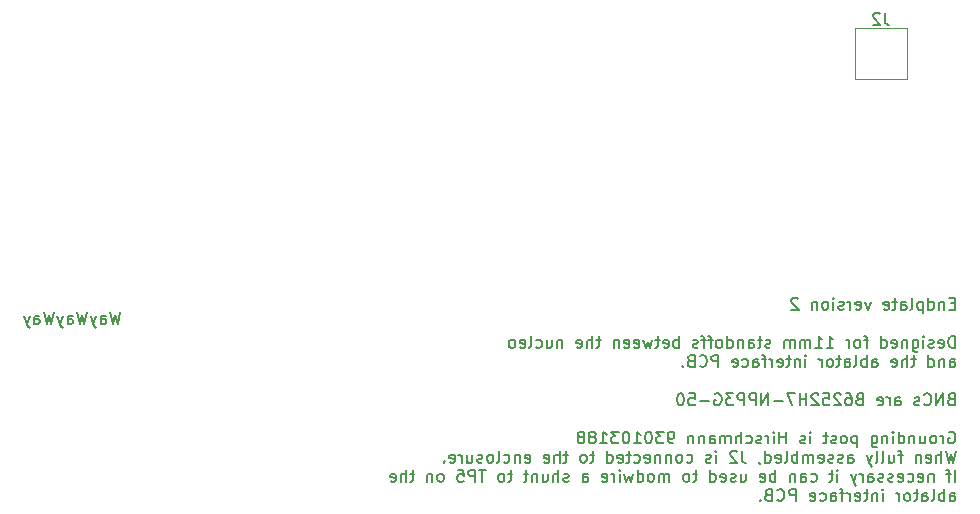
<source format=gbr>
%TF.GenerationSoftware,KiCad,Pcbnew,7.0.2*%
%TF.CreationDate,2023-10-12T23:05:12+02:00*%
%TF.ProjectId,pulse_generator_endplate_v2,70756c73-655f-4676-956e-657261746f72,rev?*%
%TF.SameCoordinates,Original*%
%TF.FileFunction,Legend,Bot*%
%TF.FilePolarity,Positive*%
%FSLAX46Y46*%
G04 Gerber Fmt 4.6, Leading zero omitted, Abs format (unit mm)*
G04 Created by KiCad (PCBNEW 7.0.2) date 2023-10-12 23:05:12*
%MOMM*%
%LPD*%
G01*
G04 APERTURE LIST*
%ADD10C,0.150000*%
%ADD11C,0.120000*%
G04 APERTURE END LIST*
D10*
X182261904Y-91153809D02*
X181928571Y-91153809D01*
X181785714Y-91677619D02*
X182261904Y-91677619D01*
X182261904Y-91677619D02*
X182261904Y-90677619D01*
X182261904Y-90677619D02*
X181785714Y-90677619D01*
X181357142Y-91010952D02*
X181357142Y-91677619D01*
X181357142Y-91106190D02*
X181309523Y-91058571D01*
X181309523Y-91058571D02*
X181214285Y-91010952D01*
X181214285Y-91010952D02*
X181071428Y-91010952D01*
X181071428Y-91010952D02*
X180976190Y-91058571D01*
X180976190Y-91058571D02*
X180928571Y-91153809D01*
X180928571Y-91153809D02*
X180928571Y-91677619D01*
X180023809Y-91677619D02*
X180023809Y-90677619D01*
X180023809Y-91630000D02*
X180119047Y-91677619D01*
X180119047Y-91677619D02*
X180309523Y-91677619D01*
X180309523Y-91677619D02*
X180404761Y-91630000D01*
X180404761Y-91630000D02*
X180452380Y-91582380D01*
X180452380Y-91582380D02*
X180499999Y-91487142D01*
X180499999Y-91487142D02*
X180499999Y-91201428D01*
X180499999Y-91201428D02*
X180452380Y-91106190D01*
X180452380Y-91106190D02*
X180404761Y-91058571D01*
X180404761Y-91058571D02*
X180309523Y-91010952D01*
X180309523Y-91010952D02*
X180119047Y-91010952D01*
X180119047Y-91010952D02*
X180023809Y-91058571D01*
X179547618Y-91010952D02*
X179547618Y-92010952D01*
X179547618Y-91058571D02*
X179452380Y-91010952D01*
X179452380Y-91010952D02*
X179261904Y-91010952D01*
X179261904Y-91010952D02*
X179166666Y-91058571D01*
X179166666Y-91058571D02*
X179119047Y-91106190D01*
X179119047Y-91106190D02*
X179071428Y-91201428D01*
X179071428Y-91201428D02*
X179071428Y-91487142D01*
X179071428Y-91487142D02*
X179119047Y-91582380D01*
X179119047Y-91582380D02*
X179166666Y-91630000D01*
X179166666Y-91630000D02*
X179261904Y-91677619D01*
X179261904Y-91677619D02*
X179452380Y-91677619D01*
X179452380Y-91677619D02*
X179547618Y-91630000D01*
X178499999Y-91677619D02*
X178595237Y-91630000D01*
X178595237Y-91630000D02*
X178642856Y-91534761D01*
X178642856Y-91534761D02*
X178642856Y-90677619D01*
X177690475Y-91677619D02*
X177690475Y-91153809D01*
X177690475Y-91153809D02*
X177738094Y-91058571D01*
X177738094Y-91058571D02*
X177833332Y-91010952D01*
X177833332Y-91010952D02*
X178023808Y-91010952D01*
X178023808Y-91010952D02*
X178119046Y-91058571D01*
X177690475Y-91630000D02*
X177785713Y-91677619D01*
X177785713Y-91677619D02*
X178023808Y-91677619D01*
X178023808Y-91677619D02*
X178119046Y-91630000D01*
X178119046Y-91630000D02*
X178166665Y-91534761D01*
X178166665Y-91534761D02*
X178166665Y-91439523D01*
X178166665Y-91439523D02*
X178119046Y-91344285D01*
X178119046Y-91344285D02*
X178023808Y-91296666D01*
X178023808Y-91296666D02*
X177785713Y-91296666D01*
X177785713Y-91296666D02*
X177690475Y-91249047D01*
X177357141Y-91010952D02*
X176976189Y-91010952D01*
X177214284Y-90677619D02*
X177214284Y-91534761D01*
X177214284Y-91534761D02*
X177166665Y-91630000D01*
X177166665Y-91630000D02*
X177071427Y-91677619D01*
X177071427Y-91677619D02*
X176976189Y-91677619D01*
X176261903Y-91630000D02*
X176357141Y-91677619D01*
X176357141Y-91677619D02*
X176547617Y-91677619D01*
X176547617Y-91677619D02*
X176642855Y-91630000D01*
X176642855Y-91630000D02*
X176690474Y-91534761D01*
X176690474Y-91534761D02*
X176690474Y-91153809D01*
X176690474Y-91153809D02*
X176642855Y-91058571D01*
X176642855Y-91058571D02*
X176547617Y-91010952D01*
X176547617Y-91010952D02*
X176357141Y-91010952D01*
X176357141Y-91010952D02*
X176261903Y-91058571D01*
X176261903Y-91058571D02*
X176214284Y-91153809D01*
X176214284Y-91153809D02*
X176214284Y-91249047D01*
X176214284Y-91249047D02*
X176690474Y-91344285D01*
X175119045Y-91010952D02*
X174880950Y-91677619D01*
X174880950Y-91677619D02*
X174642855Y-91010952D01*
X173880950Y-91630000D02*
X173976188Y-91677619D01*
X173976188Y-91677619D02*
X174166664Y-91677619D01*
X174166664Y-91677619D02*
X174261902Y-91630000D01*
X174261902Y-91630000D02*
X174309521Y-91534761D01*
X174309521Y-91534761D02*
X174309521Y-91153809D01*
X174309521Y-91153809D02*
X174261902Y-91058571D01*
X174261902Y-91058571D02*
X174166664Y-91010952D01*
X174166664Y-91010952D02*
X173976188Y-91010952D01*
X173976188Y-91010952D02*
X173880950Y-91058571D01*
X173880950Y-91058571D02*
X173833331Y-91153809D01*
X173833331Y-91153809D02*
X173833331Y-91249047D01*
X173833331Y-91249047D02*
X174309521Y-91344285D01*
X173404759Y-91677619D02*
X173404759Y-91010952D01*
X173404759Y-91201428D02*
X173357140Y-91106190D01*
X173357140Y-91106190D02*
X173309521Y-91058571D01*
X173309521Y-91058571D02*
X173214283Y-91010952D01*
X173214283Y-91010952D02*
X173119045Y-91010952D01*
X172833330Y-91630000D02*
X172738092Y-91677619D01*
X172738092Y-91677619D02*
X172547616Y-91677619D01*
X172547616Y-91677619D02*
X172452378Y-91630000D01*
X172452378Y-91630000D02*
X172404759Y-91534761D01*
X172404759Y-91534761D02*
X172404759Y-91487142D01*
X172404759Y-91487142D02*
X172452378Y-91391904D01*
X172452378Y-91391904D02*
X172547616Y-91344285D01*
X172547616Y-91344285D02*
X172690473Y-91344285D01*
X172690473Y-91344285D02*
X172785711Y-91296666D01*
X172785711Y-91296666D02*
X172833330Y-91201428D01*
X172833330Y-91201428D02*
X172833330Y-91153809D01*
X172833330Y-91153809D02*
X172785711Y-91058571D01*
X172785711Y-91058571D02*
X172690473Y-91010952D01*
X172690473Y-91010952D02*
X172547616Y-91010952D01*
X172547616Y-91010952D02*
X172452378Y-91058571D01*
X171976187Y-91677619D02*
X171976187Y-91010952D01*
X171976187Y-90677619D02*
X172023806Y-90725238D01*
X172023806Y-90725238D02*
X171976187Y-90772857D01*
X171976187Y-90772857D02*
X171928568Y-90725238D01*
X171928568Y-90725238D02*
X171976187Y-90677619D01*
X171976187Y-90677619D02*
X171976187Y-90772857D01*
X171357140Y-91677619D02*
X171452378Y-91630000D01*
X171452378Y-91630000D02*
X171499997Y-91582380D01*
X171499997Y-91582380D02*
X171547616Y-91487142D01*
X171547616Y-91487142D02*
X171547616Y-91201428D01*
X171547616Y-91201428D02*
X171499997Y-91106190D01*
X171499997Y-91106190D02*
X171452378Y-91058571D01*
X171452378Y-91058571D02*
X171357140Y-91010952D01*
X171357140Y-91010952D02*
X171214283Y-91010952D01*
X171214283Y-91010952D02*
X171119045Y-91058571D01*
X171119045Y-91058571D02*
X171071426Y-91106190D01*
X171071426Y-91106190D02*
X171023807Y-91201428D01*
X171023807Y-91201428D02*
X171023807Y-91487142D01*
X171023807Y-91487142D02*
X171071426Y-91582380D01*
X171071426Y-91582380D02*
X171119045Y-91630000D01*
X171119045Y-91630000D02*
X171214283Y-91677619D01*
X171214283Y-91677619D02*
X171357140Y-91677619D01*
X170595235Y-91010952D02*
X170595235Y-91677619D01*
X170595235Y-91106190D02*
X170547616Y-91058571D01*
X170547616Y-91058571D02*
X170452378Y-91010952D01*
X170452378Y-91010952D02*
X170309521Y-91010952D01*
X170309521Y-91010952D02*
X170214283Y-91058571D01*
X170214283Y-91058571D02*
X170166664Y-91153809D01*
X170166664Y-91153809D02*
X170166664Y-91677619D01*
X168976187Y-90772857D02*
X168928568Y-90725238D01*
X168928568Y-90725238D02*
X168833330Y-90677619D01*
X168833330Y-90677619D02*
X168595235Y-90677619D01*
X168595235Y-90677619D02*
X168499997Y-90725238D01*
X168499997Y-90725238D02*
X168452378Y-90772857D01*
X168452378Y-90772857D02*
X168404759Y-90868095D01*
X168404759Y-90868095D02*
X168404759Y-90963333D01*
X168404759Y-90963333D02*
X168452378Y-91106190D01*
X168452378Y-91106190D02*
X169023806Y-91677619D01*
X169023806Y-91677619D02*
X168404759Y-91677619D01*
X182261904Y-94917619D02*
X182261904Y-93917619D01*
X182261904Y-93917619D02*
X182023809Y-93917619D01*
X182023809Y-93917619D02*
X181880952Y-93965238D01*
X181880952Y-93965238D02*
X181785714Y-94060476D01*
X181785714Y-94060476D02*
X181738095Y-94155714D01*
X181738095Y-94155714D02*
X181690476Y-94346190D01*
X181690476Y-94346190D02*
X181690476Y-94489047D01*
X181690476Y-94489047D02*
X181738095Y-94679523D01*
X181738095Y-94679523D02*
X181785714Y-94774761D01*
X181785714Y-94774761D02*
X181880952Y-94870000D01*
X181880952Y-94870000D02*
X182023809Y-94917619D01*
X182023809Y-94917619D02*
X182261904Y-94917619D01*
X180880952Y-94870000D02*
X180976190Y-94917619D01*
X180976190Y-94917619D02*
X181166666Y-94917619D01*
X181166666Y-94917619D02*
X181261904Y-94870000D01*
X181261904Y-94870000D02*
X181309523Y-94774761D01*
X181309523Y-94774761D02*
X181309523Y-94393809D01*
X181309523Y-94393809D02*
X181261904Y-94298571D01*
X181261904Y-94298571D02*
X181166666Y-94250952D01*
X181166666Y-94250952D02*
X180976190Y-94250952D01*
X180976190Y-94250952D02*
X180880952Y-94298571D01*
X180880952Y-94298571D02*
X180833333Y-94393809D01*
X180833333Y-94393809D02*
X180833333Y-94489047D01*
X180833333Y-94489047D02*
X181309523Y-94584285D01*
X180452380Y-94870000D02*
X180357142Y-94917619D01*
X180357142Y-94917619D02*
X180166666Y-94917619D01*
X180166666Y-94917619D02*
X180071428Y-94870000D01*
X180071428Y-94870000D02*
X180023809Y-94774761D01*
X180023809Y-94774761D02*
X180023809Y-94727142D01*
X180023809Y-94727142D02*
X180071428Y-94631904D01*
X180071428Y-94631904D02*
X180166666Y-94584285D01*
X180166666Y-94584285D02*
X180309523Y-94584285D01*
X180309523Y-94584285D02*
X180404761Y-94536666D01*
X180404761Y-94536666D02*
X180452380Y-94441428D01*
X180452380Y-94441428D02*
X180452380Y-94393809D01*
X180452380Y-94393809D02*
X180404761Y-94298571D01*
X180404761Y-94298571D02*
X180309523Y-94250952D01*
X180309523Y-94250952D02*
X180166666Y-94250952D01*
X180166666Y-94250952D02*
X180071428Y-94298571D01*
X179595237Y-94917619D02*
X179595237Y-94250952D01*
X179595237Y-93917619D02*
X179642856Y-93965238D01*
X179642856Y-93965238D02*
X179595237Y-94012857D01*
X179595237Y-94012857D02*
X179547618Y-93965238D01*
X179547618Y-93965238D02*
X179595237Y-93917619D01*
X179595237Y-93917619D02*
X179595237Y-94012857D01*
X178690476Y-94250952D02*
X178690476Y-95060476D01*
X178690476Y-95060476D02*
X178738095Y-95155714D01*
X178738095Y-95155714D02*
X178785714Y-95203333D01*
X178785714Y-95203333D02*
X178880952Y-95250952D01*
X178880952Y-95250952D02*
X179023809Y-95250952D01*
X179023809Y-95250952D02*
X179119047Y-95203333D01*
X178690476Y-94870000D02*
X178785714Y-94917619D01*
X178785714Y-94917619D02*
X178976190Y-94917619D01*
X178976190Y-94917619D02*
X179071428Y-94870000D01*
X179071428Y-94870000D02*
X179119047Y-94822380D01*
X179119047Y-94822380D02*
X179166666Y-94727142D01*
X179166666Y-94727142D02*
X179166666Y-94441428D01*
X179166666Y-94441428D02*
X179119047Y-94346190D01*
X179119047Y-94346190D02*
X179071428Y-94298571D01*
X179071428Y-94298571D02*
X178976190Y-94250952D01*
X178976190Y-94250952D02*
X178785714Y-94250952D01*
X178785714Y-94250952D02*
X178690476Y-94298571D01*
X178214285Y-94250952D02*
X178214285Y-94917619D01*
X178214285Y-94346190D02*
X178166666Y-94298571D01*
X178166666Y-94298571D02*
X178071428Y-94250952D01*
X178071428Y-94250952D02*
X177928571Y-94250952D01*
X177928571Y-94250952D02*
X177833333Y-94298571D01*
X177833333Y-94298571D02*
X177785714Y-94393809D01*
X177785714Y-94393809D02*
X177785714Y-94917619D01*
X176928571Y-94870000D02*
X177023809Y-94917619D01*
X177023809Y-94917619D02*
X177214285Y-94917619D01*
X177214285Y-94917619D02*
X177309523Y-94870000D01*
X177309523Y-94870000D02*
X177357142Y-94774761D01*
X177357142Y-94774761D02*
X177357142Y-94393809D01*
X177357142Y-94393809D02*
X177309523Y-94298571D01*
X177309523Y-94298571D02*
X177214285Y-94250952D01*
X177214285Y-94250952D02*
X177023809Y-94250952D01*
X177023809Y-94250952D02*
X176928571Y-94298571D01*
X176928571Y-94298571D02*
X176880952Y-94393809D01*
X176880952Y-94393809D02*
X176880952Y-94489047D01*
X176880952Y-94489047D02*
X177357142Y-94584285D01*
X176023809Y-94917619D02*
X176023809Y-93917619D01*
X176023809Y-94870000D02*
X176119047Y-94917619D01*
X176119047Y-94917619D02*
X176309523Y-94917619D01*
X176309523Y-94917619D02*
X176404761Y-94870000D01*
X176404761Y-94870000D02*
X176452380Y-94822380D01*
X176452380Y-94822380D02*
X176499999Y-94727142D01*
X176499999Y-94727142D02*
X176499999Y-94441428D01*
X176499999Y-94441428D02*
X176452380Y-94346190D01*
X176452380Y-94346190D02*
X176404761Y-94298571D01*
X176404761Y-94298571D02*
X176309523Y-94250952D01*
X176309523Y-94250952D02*
X176119047Y-94250952D01*
X176119047Y-94250952D02*
X176023809Y-94298571D01*
X174928570Y-94250952D02*
X174547618Y-94250952D01*
X174785713Y-94917619D02*
X174785713Y-94060476D01*
X174785713Y-94060476D02*
X174738094Y-93965238D01*
X174738094Y-93965238D02*
X174642856Y-93917619D01*
X174642856Y-93917619D02*
X174547618Y-93917619D01*
X174071427Y-94917619D02*
X174166665Y-94870000D01*
X174166665Y-94870000D02*
X174214284Y-94822380D01*
X174214284Y-94822380D02*
X174261903Y-94727142D01*
X174261903Y-94727142D02*
X174261903Y-94441428D01*
X174261903Y-94441428D02*
X174214284Y-94346190D01*
X174214284Y-94346190D02*
X174166665Y-94298571D01*
X174166665Y-94298571D02*
X174071427Y-94250952D01*
X174071427Y-94250952D02*
X173928570Y-94250952D01*
X173928570Y-94250952D02*
X173833332Y-94298571D01*
X173833332Y-94298571D02*
X173785713Y-94346190D01*
X173785713Y-94346190D02*
X173738094Y-94441428D01*
X173738094Y-94441428D02*
X173738094Y-94727142D01*
X173738094Y-94727142D02*
X173785713Y-94822380D01*
X173785713Y-94822380D02*
X173833332Y-94870000D01*
X173833332Y-94870000D02*
X173928570Y-94917619D01*
X173928570Y-94917619D02*
X174071427Y-94917619D01*
X173309522Y-94917619D02*
X173309522Y-94250952D01*
X173309522Y-94441428D02*
X173261903Y-94346190D01*
X173261903Y-94346190D02*
X173214284Y-94298571D01*
X173214284Y-94298571D02*
X173119046Y-94250952D01*
X173119046Y-94250952D02*
X173023808Y-94250952D01*
X171404760Y-94917619D02*
X171976188Y-94917619D01*
X171690474Y-94917619D02*
X171690474Y-93917619D01*
X171690474Y-93917619D02*
X171785712Y-94060476D01*
X171785712Y-94060476D02*
X171880950Y-94155714D01*
X171880950Y-94155714D02*
X171976188Y-94203333D01*
X170452379Y-94917619D02*
X171023807Y-94917619D01*
X170738093Y-94917619D02*
X170738093Y-93917619D01*
X170738093Y-93917619D02*
X170833331Y-94060476D01*
X170833331Y-94060476D02*
X170928569Y-94155714D01*
X170928569Y-94155714D02*
X171023807Y-94203333D01*
X170023807Y-94917619D02*
X170023807Y-94250952D01*
X170023807Y-94346190D02*
X169976188Y-94298571D01*
X169976188Y-94298571D02*
X169880950Y-94250952D01*
X169880950Y-94250952D02*
X169738093Y-94250952D01*
X169738093Y-94250952D02*
X169642855Y-94298571D01*
X169642855Y-94298571D02*
X169595236Y-94393809D01*
X169595236Y-94393809D02*
X169595236Y-94917619D01*
X169595236Y-94393809D02*
X169547617Y-94298571D01*
X169547617Y-94298571D02*
X169452379Y-94250952D01*
X169452379Y-94250952D02*
X169309522Y-94250952D01*
X169309522Y-94250952D02*
X169214283Y-94298571D01*
X169214283Y-94298571D02*
X169166664Y-94393809D01*
X169166664Y-94393809D02*
X169166664Y-94917619D01*
X168690474Y-94917619D02*
X168690474Y-94250952D01*
X168690474Y-94346190D02*
X168642855Y-94298571D01*
X168642855Y-94298571D02*
X168547617Y-94250952D01*
X168547617Y-94250952D02*
X168404760Y-94250952D01*
X168404760Y-94250952D02*
X168309522Y-94298571D01*
X168309522Y-94298571D02*
X168261903Y-94393809D01*
X168261903Y-94393809D02*
X168261903Y-94917619D01*
X168261903Y-94393809D02*
X168214284Y-94298571D01*
X168214284Y-94298571D02*
X168119046Y-94250952D01*
X168119046Y-94250952D02*
X167976189Y-94250952D01*
X167976189Y-94250952D02*
X167880950Y-94298571D01*
X167880950Y-94298571D02*
X167833331Y-94393809D01*
X167833331Y-94393809D02*
X167833331Y-94917619D01*
X166642855Y-94870000D02*
X166547617Y-94917619D01*
X166547617Y-94917619D02*
X166357141Y-94917619D01*
X166357141Y-94917619D02*
X166261903Y-94870000D01*
X166261903Y-94870000D02*
X166214284Y-94774761D01*
X166214284Y-94774761D02*
X166214284Y-94727142D01*
X166214284Y-94727142D02*
X166261903Y-94631904D01*
X166261903Y-94631904D02*
X166357141Y-94584285D01*
X166357141Y-94584285D02*
X166499998Y-94584285D01*
X166499998Y-94584285D02*
X166595236Y-94536666D01*
X166595236Y-94536666D02*
X166642855Y-94441428D01*
X166642855Y-94441428D02*
X166642855Y-94393809D01*
X166642855Y-94393809D02*
X166595236Y-94298571D01*
X166595236Y-94298571D02*
X166499998Y-94250952D01*
X166499998Y-94250952D02*
X166357141Y-94250952D01*
X166357141Y-94250952D02*
X166261903Y-94298571D01*
X165928569Y-94250952D02*
X165547617Y-94250952D01*
X165785712Y-93917619D02*
X165785712Y-94774761D01*
X165785712Y-94774761D02*
X165738093Y-94870000D01*
X165738093Y-94870000D02*
X165642855Y-94917619D01*
X165642855Y-94917619D02*
X165547617Y-94917619D01*
X164785712Y-94917619D02*
X164785712Y-94393809D01*
X164785712Y-94393809D02*
X164833331Y-94298571D01*
X164833331Y-94298571D02*
X164928569Y-94250952D01*
X164928569Y-94250952D02*
X165119045Y-94250952D01*
X165119045Y-94250952D02*
X165214283Y-94298571D01*
X164785712Y-94870000D02*
X164880950Y-94917619D01*
X164880950Y-94917619D02*
X165119045Y-94917619D01*
X165119045Y-94917619D02*
X165214283Y-94870000D01*
X165214283Y-94870000D02*
X165261902Y-94774761D01*
X165261902Y-94774761D02*
X165261902Y-94679523D01*
X165261902Y-94679523D02*
X165214283Y-94584285D01*
X165214283Y-94584285D02*
X165119045Y-94536666D01*
X165119045Y-94536666D02*
X164880950Y-94536666D01*
X164880950Y-94536666D02*
X164785712Y-94489047D01*
X164309521Y-94250952D02*
X164309521Y-94917619D01*
X164309521Y-94346190D02*
X164261902Y-94298571D01*
X164261902Y-94298571D02*
X164166664Y-94250952D01*
X164166664Y-94250952D02*
X164023807Y-94250952D01*
X164023807Y-94250952D02*
X163928569Y-94298571D01*
X163928569Y-94298571D02*
X163880950Y-94393809D01*
X163880950Y-94393809D02*
X163880950Y-94917619D01*
X162976188Y-94917619D02*
X162976188Y-93917619D01*
X162976188Y-94870000D02*
X163071426Y-94917619D01*
X163071426Y-94917619D02*
X163261902Y-94917619D01*
X163261902Y-94917619D02*
X163357140Y-94870000D01*
X163357140Y-94870000D02*
X163404759Y-94822380D01*
X163404759Y-94822380D02*
X163452378Y-94727142D01*
X163452378Y-94727142D02*
X163452378Y-94441428D01*
X163452378Y-94441428D02*
X163404759Y-94346190D01*
X163404759Y-94346190D02*
X163357140Y-94298571D01*
X163357140Y-94298571D02*
X163261902Y-94250952D01*
X163261902Y-94250952D02*
X163071426Y-94250952D01*
X163071426Y-94250952D02*
X162976188Y-94298571D01*
X162357140Y-94917619D02*
X162452378Y-94870000D01*
X162452378Y-94870000D02*
X162499997Y-94822380D01*
X162499997Y-94822380D02*
X162547616Y-94727142D01*
X162547616Y-94727142D02*
X162547616Y-94441428D01*
X162547616Y-94441428D02*
X162499997Y-94346190D01*
X162499997Y-94346190D02*
X162452378Y-94298571D01*
X162452378Y-94298571D02*
X162357140Y-94250952D01*
X162357140Y-94250952D02*
X162214283Y-94250952D01*
X162214283Y-94250952D02*
X162119045Y-94298571D01*
X162119045Y-94298571D02*
X162071426Y-94346190D01*
X162071426Y-94346190D02*
X162023807Y-94441428D01*
X162023807Y-94441428D02*
X162023807Y-94727142D01*
X162023807Y-94727142D02*
X162071426Y-94822380D01*
X162071426Y-94822380D02*
X162119045Y-94870000D01*
X162119045Y-94870000D02*
X162214283Y-94917619D01*
X162214283Y-94917619D02*
X162357140Y-94917619D01*
X161738092Y-94250952D02*
X161357140Y-94250952D01*
X161595235Y-94917619D02*
X161595235Y-94060476D01*
X161595235Y-94060476D02*
X161547616Y-93965238D01*
X161547616Y-93965238D02*
X161452378Y-93917619D01*
X161452378Y-93917619D02*
X161357140Y-93917619D01*
X161166663Y-94250952D02*
X160785711Y-94250952D01*
X161023806Y-94917619D02*
X161023806Y-94060476D01*
X161023806Y-94060476D02*
X160976187Y-93965238D01*
X160976187Y-93965238D02*
X160880949Y-93917619D01*
X160880949Y-93917619D02*
X160785711Y-93917619D01*
X160499996Y-94870000D02*
X160404758Y-94917619D01*
X160404758Y-94917619D02*
X160214282Y-94917619D01*
X160214282Y-94917619D02*
X160119044Y-94870000D01*
X160119044Y-94870000D02*
X160071425Y-94774761D01*
X160071425Y-94774761D02*
X160071425Y-94727142D01*
X160071425Y-94727142D02*
X160119044Y-94631904D01*
X160119044Y-94631904D02*
X160214282Y-94584285D01*
X160214282Y-94584285D02*
X160357139Y-94584285D01*
X160357139Y-94584285D02*
X160452377Y-94536666D01*
X160452377Y-94536666D02*
X160499996Y-94441428D01*
X160499996Y-94441428D02*
X160499996Y-94393809D01*
X160499996Y-94393809D02*
X160452377Y-94298571D01*
X160452377Y-94298571D02*
X160357139Y-94250952D01*
X160357139Y-94250952D02*
X160214282Y-94250952D01*
X160214282Y-94250952D02*
X160119044Y-94298571D01*
X158880948Y-94917619D02*
X158880948Y-93917619D01*
X158880948Y-94298571D02*
X158785710Y-94250952D01*
X158785710Y-94250952D02*
X158595234Y-94250952D01*
X158595234Y-94250952D02*
X158499996Y-94298571D01*
X158499996Y-94298571D02*
X158452377Y-94346190D01*
X158452377Y-94346190D02*
X158404758Y-94441428D01*
X158404758Y-94441428D02*
X158404758Y-94727142D01*
X158404758Y-94727142D02*
X158452377Y-94822380D01*
X158452377Y-94822380D02*
X158499996Y-94870000D01*
X158499996Y-94870000D02*
X158595234Y-94917619D01*
X158595234Y-94917619D02*
X158785710Y-94917619D01*
X158785710Y-94917619D02*
X158880948Y-94870000D01*
X157595234Y-94870000D02*
X157690472Y-94917619D01*
X157690472Y-94917619D02*
X157880948Y-94917619D01*
X157880948Y-94917619D02*
X157976186Y-94870000D01*
X157976186Y-94870000D02*
X158023805Y-94774761D01*
X158023805Y-94774761D02*
X158023805Y-94393809D01*
X158023805Y-94393809D02*
X157976186Y-94298571D01*
X157976186Y-94298571D02*
X157880948Y-94250952D01*
X157880948Y-94250952D02*
X157690472Y-94250952D01*
X157690472Y-94250952D02*
X157595234Y-94298571D01*
X157595234Y-94298571D02*
X157547615Y-94393809D01*
X157547615Y-94393809D02*
X157547615Y-94489047D01*
X157547615Y-94489047D02*
X158023805Y-94584285D01*
X157261900Y-94250952D02*
X156880948Y-94250952D01*
X157119043Y-93917619D02*
X157119043Y-94774761D01*
X157119043Y-94774761D02*
X157071424Y-94870000D01*
X157071424Y-94870000D02*
X156976186Y-94917619D01*
X156976186Y-94917619D02*
X156880948Y-94917619D01*
X156642852Y-94250952D02*
X156452376Y-94917619D01*
X156452376Y-94917619D02*
X156261900Y-94441428D01*
X156261900Y-94441428D02*
X156071424Y-94917619D01*
X156071424Y-94917619D02*
X155880948Y-94250952D01*
X155119043Y-94870000D02*
X155214281Y-94917619D01*
X155214281Y-94917619D02*
X155404757Y-94917619D01*
X155404757Y-94917619D02*
X155499995Y-94870000D01*
X155499995Y-94870000D02*
X155547614Y-94774761D01*
X155547614Y-94774761D02*
X155547614Y-94393809D01*
X155547614Y-94393809D02*
X155499995Y-94298571D01*
X155499995Y-94298571D02*
X155404757Y-94250952D01*
X155404757Y-94250952D02*
X155214281Y-94250952D01*
X155214281Y-94250952D02*
X155119043Y-94298571D01*
X155119043Y-94298571D02*
X155071424Y-94393809D01*
X155071424Y-94393809D02*
X155071424Y-94489047D01*
X155071424Y-94489047D02*
X155547614Y-94584285D01*
X154261900Y-94870000D02*
X154357138Y-94917619D01*
X154357138Y-94917619D02*
X154547614Y-94917619D01*
X154547614Y-94917619D02*
X154642852Y-94870000D01*
X154642852Y-94870000D02*
X154690471Y-94774761D01*
X154690471Y-94774761D02*
X154690471Y-94393809D01*
X154690471Y-94393809D02*
X154642852Y-94298571D01*
X154642852Y-94298571D02*
X154547614Y-94250952D01*
X154547614Y-94250952D02*
X154357138Y-94250952D01*
X154357138Y-94250952D02*
X154261900Y-94298571D01*
X154261900Y-94298571D02*
X154214281Y-94393809D01*
X154214281Y-94393809D02*
X154214281Y-94489047D01*
X154214281Y-94489047D02*
X154690471Y-94584285D01*
X153785709Y-94250952D02*
X153785709Y-94917619D01*
X153785709Y-94346190D02*
X153738090Y-94298571D01*
X153738090Y-94298571D02*
X153642852Y-94250952D01*
X153642852Y-94250952D02*
X153499995Y-94250952D01*
X153499995Y-94250952D02*
X153404757Y-94298571D01*
X153404757Y-94298571D02*
X153357138Y-94393809D01*
X153357138Y-94393809D02*
X153357138Y-94917619D01*
X152261899Y-94250952D02*
X151880947Y-94250952D01*
X152119042Y-93917619D02*
X152119042Y-94774761D01*
X152119042Y-94774761D02*
X152071423Y-94870000D01*
X152071423Y-94870000D02*
X151976185Y-94917619D01*
X151976185Y-94917619D02*
X151880947Y-94917619D01*
X151547613Y-94917619D02*
X151547613Y-93917619D01*
X151119042Y-94917619D02*
X151119042Y-94393809D01*
X151119042Y-94393809D02*
X151166661Y-94298571D01*
X151166661Y-94298571D02*
X151261899Y-94250952D01*
X151261899Y-94250952D02*
X151404756Y-94250952D01*
X151404756Y-94250952D02*
X151499994Y-94298571D01*
X151499994Y-94298571D02*
X151547613Y-94346190D01*
X150261899Y-94870000D02*
X150357137Y-94917619D01*
X150357137Y-94917619D02*
X150547613Y-94917619D01*
X150547613Y-94917619D02*
X150642851Y-94870000D01*
X150642851Y-94870000D02*
X150690470Y-94774761D01*
X150690470Y-94774761D02*
X150690470Y-94393809D01*
X150690470Y-94393809D02*
X150642851Y-94298571D01*
X150642851Y-94298571D02*
X150547613Y-94250952D01*
X150547613Y-94250952D02*
X150357137Y-94250952D01*
X150357137Y-94250952D02*
X150261899Y-94298571D01*
X150261899Y-94298571D02*
X150214280Y-94393809D01*
X150214280Y-94393809D02*
X150214280Y-94489047D01*
X150214280Y-94489047D02*
X150690470Y-94584285D01*
X149023803Y-94250952D02*
X149023803Y-94917619D01*
X149023803Y-94346190D02*
X148976184Y-94298571D01*
X148976184Y-94298571D02*
X148880946Y-94250952D01*
X148880946Y-94250952D02*
X148738089Y-94250952D01*
X148738089Y-94250952D02*
X148642851Y-94298571D01*
X148642851Y-94298571D02*
X148595232Y-94393809D01*
X148595232Y-94393809D02*
X148595232Y-94917619D01*
X147690470Y-94250952D02*
X147690470Y-94917619D01*
X148119041Y-94250952D02*
X148119041Y-94774761D01*
X148119041Y-94774761D02*
X148071422Y-94870000D01*
X148071422Y-94870000D02*
X147976184Y-94917619D01*
X147976184Y-94917619D02*
X147833327Y-94917619D01*
X147833327Y-94917619D02*
X147738089Y-94870000D01*
X147738089Y-94870000D02*
X147690470Y-94822380D01*
X146785708Y-94870000D02*
X146880946Y-94917619D01*
X146880946Y-94917619D02*
X147071422Y-94917619D01*
X147071422Y-94917619D02*
X147166660Y-94870000D01*
X147166660Y-94870000D02*
X147214279Y-94822380D01*
X147214279Y-94822380D02*
X147261898Y-94727142D01*
X147261898Y-94727142D02*
X147261898Y-94441428D01*
X147261898Y-94441428D02*
X147214279Y-94346190D01*
X147214279Y-94346190D02*
X147166660Y-94298571D01*
X147166660Y-94298571D02*
X147071422Y-94250952D01*
X147071422Y-94250952D02*
X146880946Y-94250952D01*
X146880946Y-94250952D02*
X146785708Y-94298571D01*
X146214279Y-94917619D02*
X146309517Y-94870000D01*
X146309517Y-94870000D02*
X146357136Y-94774761D01*
X146357136Y-94774761D02*
X146357136Y-93917619D01*
X145452374Y-94870000D02*
X145547612Y-94917619D01*
X145547612Y-94917619D02*
X145738088Y-94917619D01*
X145738088Y-94917619D02*
X145833326Y-94870000D01*
X145833326Y-94870000D02*
X145880945Y-94774761D01*
X145880945Y-94774761D02*
X145880945Y-94393809D01*
X145880945Y-94393809D02*
X145833326Y-94298571D01*
X145833326Y-94298571D02*
X145738088Y-94250952D01*
X145738088Y-94250952D02*
X145547612Y-94250952D01*
X145547612Y-94250952D02*
X145452374Y-94298571D01*
X145452374Y-94298571D02*
X145404755Y-94393809D01*
X145404755Y-94393809D02*
X145404755Y-94489047D01*
X145404755Y-94489047D02*
X145880945Y-94584285D01*
X144833326Y-94917619D02*
X144928564Y-94870000D01*
X144928564Y-94870000D02*
X144976183Y-94822380D01*
X144976183Y-94822380D02*
X145023802Y-94727142D01*
X145023802Y-94727142D02*
X145023802Y-94441428D01*
X145023802Y-94441428D02*
X144976183Y-94346190D01*
X144976183Y-94346190D02*
X144928564Y-94298571D01*
X144928564Y-94298571D02*
X144833326Y-94250952D01*
X144833326Y-94250952D02*
X144690469Y-94250952D01*
X144690469Y-94250952D02*
X144595231Y-94298571D01*
X144595231Y-94298571D02*
X144547612Y-94346190D01*
X144547612Y-94346190D02*
X144499993Y-94441428D01*
X144499993Y-94441428D02*
X144499993Y-94727142D01*
X144499993Y-94727142D02*
X144547612Y-94822380D01*
X144547612Y-94822380D02*
X144595231Y-94870000D01*
X144595231Y-94870000D02*
X144690469Y-94917619D01*
X144690469Y-94917619D02*
X144833326Y-94917619D01*
X181833333Y-96537619D02*
X181833333Y-96013809D01*
X181833333Y-96013809D02*
X181880952Y-95918571D01*
X181880952Y-95918571D02*
X181976190Y-95870952D01*
X181976190Y-95870952D02*
X182166666Y-95870952D01*
X182166666Y-95870952D02*
X182261904Y-95918571D01*
X181833333Y-96490000D02*
X181928571Y-96537619D01*
X181928571Y-96537619D02*
X182166666Y-96537619D01*
X182166666Y-96537619D02*
X182261904Y-96490000D01*
X182261904Y-96490000D02*
X182309523Y-96394761D01*
X182309523Y-96394761D02*
X182309523Y-96299523D01*
X182309523Y-96299523D02*
X182261904Y-96204285D01*
X182261904Y-96204285D02*
X182166666Y-96156666D01*
X182166666Y-96156666D02*
X181928571Y-96156666D01*
X181928571Y-96156666D02*
X181833333Y-96109047D01*
X181357142Y-95870952D02*
X181357142Y-96537619D01*
X181357142Y-95966190D02*
X181309523Y-95918571D01*
X181309523Y-95918571D02*
X181214285Y-95870952D01*
X181214285Y-95870952D02*
X181071428Y-95870952D01*
X181071428Y-95870952D02*
X180976190Y-95918571D01*
X180976190Y-95918571D02*
X180928571Y-96013809D01*
X180928571Y-96013809D02*
X180928571Y-96537619D01*
X180023809Y-96537619D02*
X180023809Y-95537619D01*
X180023809Y-96490000D02*
X180119047Y-96537619D01*
X180119047Y-96537619D02*
X180309523Y-96537619D01*
X180309523Y-96537619D02*
X180404761Y-96490000D01*
X180404761Y-96490000D02*
X180452380Y-96442380D01*
X180452380Y-96442380D02*
X180499999Y-96347142D01*
X180499999Y-96347142D02*
X180499999Y-96061428D01*
X180499999Y-96061428D02*
X180452380Y-95966190D01*
X180452380Y-95966190D02*
X180404761Y-95918571D01*
X180404761Y-95918571D02*
X180309523Y-95870952D01*
X180309523Y-95870952D02*
X180119047Y-95870952D01*
X180119047Y-95870952D02*
X180023809Y-95918571D01*
X178928570Y-95870952D02*
X178547618Y-95870952D01*
X178785713Y-95537619D02*
X178785713Y-96394761D01*
X178785713Y-96394761D02*
X178738094Y-96490000D01*
X178738094Y-96490000D02*
X178642856Y-96537619D01*
X178642856Y-96537619D02*
X178547618Y-96537619D01*
X178214284Y-96537619D02*
X178214284Y-95537619D01*
X177785713Y-96537619D02*
X177785713Y-96013809D01*
X177785713Y-96013809D02*
X177833332Y-95918571D01*
X177833332Y-95918571D02*
X177928570Y-95870952D01*
X177928570Y-95870952D02*
X178071427Y-95870952D01*
X178071427Y-95870952D02*
X178166665Y-95918571D01*
X178166665Y-95918571D02*
X178214284Y-95966190D01*
X176928570Y-96490000D02*
X177023808Y-96537619D01*
X177023808Y-96537619D02*
X177214284Y-96537619D01*
X177214284Y-96537619D02*
X177309522Y-96490000D01*
X177309522Y-96490000D02*
X177357141Y-96394761D01*
X177357141Y-96394761D02*
X177357141Y-96013809D01*
X177357141Y-96013809D02*
X177309522Y-95918571D01*
X177309522Y-95918571D02*
X177214284Y-95870952D01*
X177214284Y-95870952D02*
X177023808Y-95870952D01*
X177023808Y-95870952D02*
X176928570Y-95918571D01*
X176928570Y-95918571D02*
X176880951Y-96013809D01*
X176880951Y-96013809D02*
X176880951Y-96109047D01*
X176880951Y-96109047D02*
X177357141Y-96204285D01*
X175261903Y-96537619D02*
X175261903Y-96013809D01*
X175261903Y-96013809D02*
X175309522Y-95918571D01*
X175309522Y-95918571D02*
X175404760Y-95870952D01*
X175404760Y-95870952D02*
X175595236Y-95870952D01*
X175595236Y-95870952D02*
X175690474Y-95918571D01*
X175261903Y-96490000D02*
X175357141Y-96537619D01*
X175357141Y-96537619D02*
X175595236Y-96537619D01*
X175595236Y-96537619D02*
X175690474Y-96490000D01*
X175690474Y-96490000D02*
X175738093Y-96394761D01*
X175738093Y-96394761D02*
X175738093Y-96299523D01*
X175738093Y-96299523D02*
X175690474Y-96204285D01*
X175690474Y-96204285D02*
X175595236Y-96156666D01*
X175595236Y-96156666D02*
X175357141Y-96156666D01*
X175357141Y-96156666D02*
X175261903Y-96109047D01*
X174785712Y-96537619D02*
X174785712Y-95537619D01*
X174785712Y-95918571D02*
X174690474Y-95870952D01*
X174690474Y-95870952D02*
X174499998Y-95870952D01*
X174499998Y-95870952D02*
X174404760Y-95918571D01*
X174404760Y-95918571D02*
X174357141Y-95966190D01*
X174357141Y-95966190D02*
X174309522Y-96061428D01*
X174309522Y-96061428D02*
X174309522Y-96347142D01*
X174309522Y-96347142D02*
X174357141Y-96442380D01*
X174357141Y-96442380D02*
X174404760Y-96490000D01*
X174404760Y-96490000D02*
X174499998Y-96537619D01*
X174499998Y-96537619D02*
X174690474Y-96537619D01*
X174690474Y-96537619D02*
X174785712Y-96490000D01*
X173738093Y-96537619D02*
X173833331Y-96490000D01*
X173833331Y-96490000D02*
X173880950Y-96394761D01*
X173880950Y-96394761D02*
X173880950Y-95537619D01*
X172928569Y-96537619D02*
X172928569Y-96013809D01*
X172928569Y-96013809D02*
X172976188Y-95918571D01*
X172976188Y-95918571D02*
X173071426Y-95870952D01*
X173071426Y-95870952D02*
X173261902Y-95870952D01*
X173261902Y-95870952D02*
X173357140Y-95918571D01*
X172928569Y-96490000D02*
X173023807Y-96537619D01*
X173023807Y-96537619D02*
X173261902Y-96537619D01*
X173261902Y-96537619D02*
X173357140Y-96490000D01*
X173357140Y-96490000D02*
X173404759Y-96394761D01*
X173404759Y-96394761D02*
X173404759Y-96299523D01*
X173404759Y-96299523D02*
X173357140Y-96204285D01*
X173357140Y-96204285D02*
X173261902Y-96156666D01*
X173261902Y-96156666D02*
X173023807Y-96156666D01*
X173023807Y-96156666D02*
X172928569Y-96109047D01*
X172595235Y-95870952D02*
X172214283Y-95870952D01*
X172452378Y-95537619D02*
X172452378Y-96394761D01*
X172452378Y-96394761D02*
X172404759Y-96490000D01*
X172404759Y-96490000D02*
X172309521Y-96537619D01*
X172309521Y-96537619D02*
X172214283Y-96537619D01*
X171738092Y-96537619D02*
X171833330Y-96490000D01*
X171833330Y-96490000D02*
X171880949Y-96442380D01*
X171880949Y-96442380D02*
X171928568Y-96347142D01*
X171928568Y-96347142D02*
X171928568Y-96061428D01*
X171928568Y-96061428D02*
X171880949Y-95966190D01*
X171880949Y-95966190D02*
X171833330Y-95918571D01*
X171833330Y-95918571D02*
X171738092Y-95870952D01*
X171738092Y-95870952D02*
X171595235Y-95870952D01*
X171595235Y-95870952D02*
X171499997Y-95918571D01*
X171499997Y-95918571D02*
X171452378Y-95966190D01*
X171452378Y-95966190D02*
X171404759Y-96061428D01*
X171404759Y-96061428D02*
X171404759Y-96347142D01*
X171404759Y-96347142D02*
X171452378Y-96442380D01*
X171452378Y-96442380D02*
X171499997Y-96490000D01*
X171499997Y-96490000D02*
X171595235Y-96537619D01*
X171595235Y-96537619D02*
X171738092Y-96537619D01*
X170976187Y-96537619D02*
X170976187Y-95870952D01*
X170976187Y-96061428D02*
X170928568Y-95966190D01*
X170928568Y-95966190D02*
X170880949Y-95918571D01*
X170880949Y-95918571D02*
X170785711Y-95870952D01*
X170785711Y-95870952D02*
X170690473Y-95870952D01*
X169595234Y-96537619D02*
X169595234Y-95870952D01*
X169595234Y-95537619D02*
X169642853Y-95585238D01*
X169642853Y-95585238D02*
X169595234Y-95632857D01*
X169595234Y-95632857D02*
X169547615Y-95585238D01*
X169547615Y-95585238D02*
X169595234Y-95537619D01*
X169595234Y-95537619D02*
X169595234Y-95632857D01*
X169119044Y-95870952D02*
X169119044Y-96537619D01*
X169119044Y-95966190D02*
X169071425Y-95918571D01*
X169071425Y-95918571D02*
X168976187Y-95870952D01*
X168976187Y-95870952D02*
X168833330Y-95870952D01*
X168833330Y-95870952D02*
X168738092Y-95918571D01*
X168738092Y-95918571D02*
X168690473Y-96013809D01*
X168690473Y-96013809D02*
X168690473Y-96537619D01*
X168357139Y-95870952D02*
X167976187Y-95870952D01*
X168214282Y-95537619D02*
X168214282Y-96394761D01*
X168214282Y-96394761D02*
X168166663Y-96490000D01*
X168166663Y-96490000D02*
X168071425Y-96537619D01*
X168071425Y-96537619D02*
X167976187Y-96537619D01*
X167261901Y-96490000D02*
X167357139Y-96537619D01*
X167357139Y-96537619D02*
X167547615Y-96537619D01*
X167547615Y-96537619D02*
X167642853Y-96490000D01*
X167642853Y-96490000D02*
X167690472Y-96394761D01*
X167690472Y-96394761D02*
X167690472Y-96013809D01*
X167690472Y-96013809D02*
X167642853Y-95918571D01*
X167642853Y-95918571D02*
X167547615Y-95870952D01*
X167547615Y-95870952D02*
X167357139Y-95870952D01*
X167357139Y-95870952D02*
X167261901Y-95918571D01*
X167261901Y-95918571D02*
X167214282Y-96013809D01*
X167214282Y-96013809D02*
X167214282Y-96109047D01*
X167214282Y-96109047D02*
X167690472Y-96204285D01*
X166785710Y-96537619D02*
X166785710Y-95870952D01*
X166785710Y-96061428D02*
X166738091Y-95966190D01*
X166738091Y-95966190D02*
X166690472Y-95918571D01*
X166690472Y-95918571D02*
X166595234Y-95870952D01*
X166595234Y-95870952D02*
X166499996Y-95870952D01*
X166309519Y-95870952D02*
X165928567Y-95870952D01*
X166166662Y-96537619D02*
X166166662Y-95680476D01*
X166166662Y-95680476D02*
X166119043Y-95585238D01*
X166119043Y-95585238D02*
X166023805Y-95537619D01*
X166023805Y-95537619D02*
X165928567Y-95537619D01*
X165166662Y-96537619D02*
X165166662Y-96013809D01*
X165166662Y-96013809D02*
X165214281Y-95918571D01*
X165214281Y-95918571D02*
X165309519Y-95870952D01*
X165309519Y-95870952D02*
X165499995Y-95870952D01*
X165499995Y-95870952D02*
X165595233Y-95918571D01*
X165166662Y-96490000D02*
X165261900Y-96537619D01*
X165261900Y-96537619D02*
X165499995Y-96537619D01*
X165499995Y-96537619D02*
X165595233Y-96490000D01*
X165595233Y-96490000D02*
X165642852Y-96394761D01*
X165642852Y-96394761D02*
X165642852Y-96299523D01*
X165642852Y-96299523D02*
X165595233Y-96204285D01*
X165595233Y-96204285D02*
X165499995Y-96156666D01*
X165499995Y-96156666D02*
X165261900Y-96156666D01*
X165261900Y-96156666D02*
X165166662Y-96109047D01*
X164261900Y-96490000D02*
X164357138Y-96537619D01*
X164357138Y-96537619D02*
X164547614Y-96537619D01*
X164547614Y-96537619D02*
X164642852Y-96490000D01*
X164642852Y-96490000D02*
X164690471Y-96442380D01*
X164690471Y-96442380D02*
X164738090Y-96347142D01*
X164738090Y-96347142D02*
X164738090Y-96061428D01*
X164738090Y-96061428D02*
X164690471Y-95966190D01*
X164690471Y-95966190D02*
X164642852Y-95918571D01*
X164642852Y-95918571D02*
X164547614Y-95870952D01*
X164547614Y-95870952D02*
X164357138Y-95870952D01*
X164357138Y-95870952D02*
X164261900Y-95918571D01*
X163452376Y-96490000D02*
X163547614Y-96537619D01*
X163547614Y-96537619D02*
X163738090Y-96537619D01*
X163738090Y-96537619D02*
X163833328Y-96490000D01*
X163833328Y-96490000D02*
X163880947Y-96394761D01*
X163880947Y-96394761D02*
X163880947Y-96013809D01*
X163880947Y-96013809D02*
X163833328Y-95918571D01*
X163833328Y-95918571D02*
X163738090Y-95870952D01*
X163738090Y-95870952D02*
X163547614Y-95870952D01*
X163547614Y-95870952D02*
X163452376Y-95918571D01*
X163452376Y-95918571D02*
X163404757Y-96013809D01*
X163404757Y-96013809D02*
X163404757Y-96109047D01*
X163404757Y-96109047D02*
X163880947Y-96204285D01*
X162214280Y-96537619D02*
X162214280Y-95537619D01*
X162214280Y-95537619D02*
X161833328Y-95537619D01*
X161833328Y-95537619D02*
X161738090Y-95585238D01*
X161738090Y-95585238D02*
X161690471Y-95632857D01*
X161690471Y-95632857D02*
X161642852Y-95728095D01*
X161642852Y-95728095D02*
X161642852Y-95870952D01*
X161642852Y-95870952D02*
X161690471Y-95966190D01*
X161690471Y-95966190D02*
X161738090Y-96013809D01*
X161738090Y-96013809D02*
X161833328Y-96061428D01*
X161833328Y-96061428D02*
X162214280Y-96061428D01*
X160642852Y-96442380D02*
X160690471Y-96490000D01*
X160690471Y-96490000D02*
X160833328Y-96537619D01*
X160833328Y-96537619D02*
X160928566Y-96537619D01*
X160928566Y-96537619D02*
X161071423Y-96490000D01*
X161071423Y-96490000D02*
X161166661Y-96394761D01*
X161166661Y-96394761D02*
X161214280Y-96299523D01*
X161214280Y-96299523D02*
X161261899Y-96109047D01*
X161261899Y-96109047D02*
X161261899Y-95966190D01*
X161261899Y-95966190D02*
X161214280Y-95775714D01*
X161214280Y-95775714D02*
X161166661Y-95680476D01*
X161166661Y-95680476D02*
X161071423Y-95585238D01*
X161071423Y-95585238D02*
X160928566Y-95537619D01*
X160928566Y-95537619D02*
X160833328Y-95537619D01*
X160833328Y-95537619D02*
X160690471Y-95585238D01*
X160690471Y-95585238D02*
X160642852Y-95632857D01*
X159880947Y-96013809D02*
X159738090Y-96061428D01*
X159738090Y-96061428D02*
X159690471Y-96109047D01*
X159690471Y-96109047D02*
X159642852Y-96204285D01*
X159642852Y-96204285D02*
X159642852Y-96347142D01*
X159642852Y-96347142D02*
X159690471Y-96442380D01*
X159690471Y-96442380D02*
X159738090Y-96490000D01*
X159738090Y-96490000D02*
X159833328Y-96537619D01*
X159833328Y-96537619D02*
X160214280Y-96537619D01*
X160214280Y-96537619D02*
X160214280Y-95537619D01*
X160214280Y-95537619D02*
X159880947Y-95537619D01*
X159880947Y-95537619D02*
X159785709Y-95585238D01*
X159785709Y-95585238D02*
X159738090Y-95632857D01*
X159738090Y-95632857D02*
X159690471Y-95728095D01*
X159690471Y-95728095D02*
X159690471Y-95823333D01*
X159690471Y-95823333D02*
X159738090Y-95918571D01*
X159738090Y-95918571D02*
X159785709Y-95966190D01*
X159785709Y-95966190D02*
X159880947Y-96013809D01*
X159880947Y-96013809D02*
X160214280Y-96013809D01*
X159214280Y-96442380D02*
X159166661Y-96490000D01*
X159166661Y-96490000D02*
X159214280Y-96537619D01*
X159214280Y-96537619D02*
X159261899Y-96490000D01*
X159261899Y-96490000D02*
X159214280Y-96442380D01*
X159214280Y-96442380D02*
X159214280Y-96537619D01*
X181928571Y-99253809D02*
X181785714Y-99301428D01*
X181785714Y-99301428D02*
X181738095Y-99349047D01*
X181738095Y-99349047D02*
X181690476Y-99444285D01*
X181690476Y-99444285D02*
X181690476Y-99587142D01*
X181690476Y-99587142D02*
X181738095Y-99682380D01*
X181738095Y-99682380D02*
X181785714Y-99730000D01*
X181785714Y-99730000D02*
X181880952Y-99777619D01*
X181880952Y-99777619D02*
X182261904Y-99777619D01*
X182261904Y-99777619D02*
X182261904Y-98777619D01*
X182261904Y-98777619D02*
X181928571Y-98777619D01*
X181928571Y-98777619D02*
X181833333Y-98825238D01*
X181833333Y-98825238D02*
X181785714Y-98872857D01*
X181785714Y-98872857D02*
X181738095Y-98968095D01*
X181738095Y-98968095D02*
X181738095Y-99063333D01*
X181738095Y-99063333D02*
X181785714Y-99158571D01*
X181785714Y-99158571D02*
X181833333Y-99206190D01*
X181833333Y-99206190D02*
X181928571Y-99253809D01*
X181928571Y-99253809D02*
X182261904Y-99253809D01*
X181261904Y-99777619D02*
X181261904Y-98777619D01*
X181261904Y-98777619D02*
X180690476Y-99777619D01*
X180690476Y-99777619D02*
X180690476Y-98777619D01*
X179642857Y-99682380D02*
X179690476Y-99730000D01*
X179690476Y-99730000D02*
X179833333Y-99777619D01*
X179833333Y-99777619D02*
X179928571Y-99777619D01*
X179928571Y-99777619D02*
X180071428Y-99730000D01*
X180071428Y-99730000D02*
X180166666Y-99634761D01*
X180166666Y-99634761D02*
X180214285Y-99539523D01*
X180214285Y-99539523D02*
X180261904Y-99349047D01*
X180261904Y-99349047D02*
X180261904Y-99206190D01*
X180261904Y-99206190D02*
X180214285Y-99015714D01*
X180214285Y-99015714D02*
X180166666Y-98920476D01*
X180166666Y-98920476D02*
X180071428Y-98825238D01*
X180071428Y-98825238D02*
X179928571Y-98777619D01*
X179928571Y-98777619D02*
X179833333Y-98777619D01*
X179833333Y-98777619D02*
X179690476Y-98825238D01*
X179690476Y-98825238D02*
X179642857Y-98872857D01*
X179261904Y-99730000D02*
X179166666Y-99777619D01*
X179166666Y-99777619D02*
X178976190Y-99777619D01*
X178976190Y-99777619D02*
X178880952Y-99730000D01*
X178880952Y-99730000D02*
X178833333Y-99634761D01*
X178833333Y-99634761D02*
X178833333Y-99587142D01*
X178833333Y-99587142D02*
X178880952Y-99491904D01*
X178880952Y-99491904D02*
X178976190Y-99444285D01*
X178976190Y-99444285D02*
X179119047Y-99444285D01*
X179119047Y-99444285D02*
X179214285Y-99396666D01*
X179214285Y-99396666D02*
X179261904Y-99301428D01*
X179261904Y-99301428D02*
X179261904Y-99253809D01*
X179261904Y-99253809D02*
X179214285Y-99158571D01*
X179214285Y-99158571D02*
X179119047Y-99110952D01*
X179119047Y-99110952D02*
X178976190Y-99110952D01*
X178976190Y-99110952D02*
X178880952Y-99158571D01*
X177214285Y-99777619D02*
X177214285Y-99253809D01*
X177214285Y-99253809D02*
X177261904Y-99158571D01*
X177261904Y-99158571D02*
X177357142Y-99110952D01*
X177357142Y-99110952D02*
X177547618Y-99110952D01*
X177547618Y-99110952D02*
X177642856Y-99158571D01*
X177214285Y-99730000D02*
X177309523Y-99777619D01*
X177309523Y-99777619D02*
X177547618Y-99777619D01*
X177547618Y-99777619D02*
X177642856Y-99730000D01*
X177642856Y-99730000D02*
X177690475Y-99634761D01*
X177690475Y-99634761D02*
X177690475Y-99539523D01*
X177690475Y-99539523D02*
X177642856Y-99444285D01*
X177642856Y-99444285D02*
X177547618Y-99396666D01*
X177547618Y-99396666D02*
X177309523Y-99396666D01*
X177309523Y-99396666D02*
X177214285Y-99349047D01*
X176738094Y-99777619D02*
X176738094Y-99110952D01*
X176738094Y-99301428D02*
X176690475Y-99206190D01*
X176690475Y-99206190D02*
X176642856Y-99158571D01*
X176642856Y-99158571D02*
X176547618Y-99110952D01*
X176547618Y-99110952D02*
X176452380Y-99110952D01*
X175738094Y-99730000D02*
X175833332Y-99777619D01*
X175833332Y-99777619D02*
X176023808Y-99777619D01*
X176023808Y-99777619D02*
X176119046Y-99730000D01*
X176119046Y-99730000D02*
X176166665Y-99634761D01*
X176166665Y-99634761D02*
X176166665Y-99253809D01*
X176166665Y-99253809D02*
X176119046Y-99158571D01*
X176119046Y-99158571D02*
X176023808Y-99110952D01*
X176023808Y-99110952D02*
X175833332Y-99110952D01*
X175833332Y-99110952D02*
X175738094Y-99158571D01*
X175738094Y-99158571D02*
X175690475Y-99253809D01*
X175690475Y-99253809D02*
X175690475Y-99349047D01*
X175690475Y-99349047D02*
X176166665Y-99444285D01*
X174166665Y-99253809D02*
X174023808Y-99301428D01*
X174023808Y-99301428D02*
X173976189Y-99349047D01*
X173976189Y-99349047D02*
X173928570Y-99444285D01*
X173928570Y-99444285D02*
X173928570Y-99587142D01*
X173928570Y-99587142D02*
X173976189Y-99682380D01*
X173976189Y-99682380D02*
X174023808Y-99730000D01*
X174023808Y-99730000D02*
X174119046Y-99777619D01*
X174119046Y-99777619D02*
X174499998Y-99777619D01*
X174499998Y-99777619D02*
X174499998Y-98777619D01*
X174499998Y-98777619D02*
X174166665Y-98777619D01*
X174166665Y-98777619D02*
X174071427Y-98825238D01*
X174071427Y-98825238D02*
X174023808Y-98872857D01*
X174023808Y-98872857D02*
X173976189Y-98968095D01*
X173976189Y-98968095D02*
X173976189Y-99063333D01*
X173976189Y-99063333D02*
X174023808Y-99158571D01*
X174023808Y-99158571D02*
X174071427Y-99206190D01*
X174071427Y-99206190D02*
X174166665Y-99253809D01*
X174166665Y-99253809D02*
X174499998Y-99253809D01*
X173071427Y-98777619D02*
X173261903Y-98777619D01*
X173261903Y-98777619D02*
X173357141Y-98825238D01*
X173357141Y-98825238D02*
X173404760Y-98872857D01*
X173404760Y-98872857D02*
X173499998Y-99015714D01*
X173499998Y-99015714D02*
X173547617Y-99206190D01*
X173547617Y-99206190D02*
X173547617Y-99587142D01*
X173547617Y-99587142D02*
X173499998Y-99682380D01*
X173499998Y-99682380D02*
X173452379Y-99730000D01*
X173452379Y-99730000D02*
X173357141Y-99777619D01*
X173357141Y-99777619D02*
X173166665Y-99777619D01*
X173166665Y-99777619D02*
X173071427Y-99730000D01*
X173071427Y-99730000D02*
X173023808Y-99682380D01*
X173023808Y-99682380D02*
X172976189Y-99587142D01*
X172976189Y-99587142D02*
X172976189Y-99349047D01*
X172976189Y-99349047D02*
X173023808Y-99253809D01*
X173023808Y-99253809D02*
X173071427Y-99206190D01*
X173071427Y-99206190D02*
X173166665Y-99158571D01*
X173166665Y-99158571D02*
X173357141Y-99158571D01*
X173357141Y-99158571D02*
X173452379Y-99206190D01*
X173452379Y-99206190D02*
X173499998Y-99253809D01*
X173499998Y-99253809D02*
X173547617Y-99349047D01*
X172595236Y-98872857D02*
X172547617Y-98825238D01*
X172547617Y-98825238D02*
X172452379Y-98777619D01*
X172452379Y-98777619D02*
X172214284Y-98777619D01*
X172214284Y-98777619D02*
X172119046Y-98825238D01*
X172119046Y-98825238D02*
X172071427Y-98872857D01*
X172071427Y-98872857D02*
X172023808Y-98968095D01*
X172023808Y-98968095D02*
X172023808Y-99063333D01*
X172023808Y-99063333D02*
X172071427Y-99206190D01*
X172071427Y-99206190D02*
X172642855Y-99777619D01*
X172642855Y-99777619D02*
X172023808Y-99777619D01*
X171119046Y-98777619D02*
X171595236Y-98777619D01*
X171595236Y-98777619D02*
X171642855Y-99253809D01*
X171642855Y-99253809D02*
X171595236Y-99206190D01*
X171595236Y-99206190D02*
X171499998Y-99158571D01*
X171499998Y-99158571D02*
X171261903Y-99158571D01*
X171261903Y-99158571D02*
X171166665Y-99206190D01*
X171166665Y-99206190D02*
X171119046Y-99253809D01*
X171119046Y-99253809D02*
X171071427Y-99349047D01*
X171071427Y-99349047D02*
X171071427Y-99587142D01*
X171071427Y-99587142D02*
X171119046Y-99682380D01*
X171119046Y-99682380D02*
X171166665Y-99730000D01*
X171166665Y-99730000D02*
X171261903Y-99777619D01*
X171261903Y-99777619D02*
X171499998Y-99777619D01*
X171499998Y-99777619D02*
X171595236Y-99730000D01*
X171595236Y-99730000D02*
X171642855Y-99682380D01*
X170690474Y-98872857D02*
X170642855Y-98825238D01*
X170642855Y-98825238D02*
X170547617Y-98777619D01*
X170547617Y-98777619D02*
X170309522Y-98777619D01*
X170309522Y-98777619D02*
X170214284Y-98825238D01*
X170214284Y-98825238D02*
X170166665Y-98872857D01*
X170166665Y-98872857D02*
X170119046Y-98968095D01*
X170119046Y-98968095D02*
X170119046Y-99063333D01*
X170119046Y-99063333D02*
X170166665Y-99206190D01*
X170166665Y-99206190D02*
X170738093Y-99777619D01*
X170738093Y-99777619D02*
X170119046Y-99777619D01*
X169690474Y-99777619D02*
X169690474Y-98777619D01*
X169690474Y-99253809D02*
X169119046Y-99253809D01*
X169119046Y-99777619D02*
X169119046Y-98777619D01*
X168738093Y-98777619D02*
X168071427Y-98777619D01*
X168071427Y-98777619D02*
X168499998Y-99777619D01*
X167690474Y-99396666D02*
X166928570Y-99396666D01*
X166452379Y-99777619D02*
X166452379Y-98777619D01*
X166452379Y-98777619D02*
X165880951Y-99777619D01*
X165880951Y-99777619D02*
X165880951Y-98777619D01*
X165404760Y-99777619D02*
X165404760Y-98777619D01*
X165404760Y-98777619D02*
X165023808Y-98777619D01*
X165023808Y-98777619D02*
X164928570Y-98825238D01*
X164928570Y-98825238D02*
X164880951Y-98872857D01*
X164880951Y-98872857D02*
X164833332Y-98968095D01*
X164833332Y-98968095D02*
X164833332Y-99110952D01*
X164833332Y-99110952D02*
X164880951Y-99206190D01*
X164880951Y-99206190D02*
X164928570Y-99253809D01*
X164928570Y-99253809D02*
X165023808Y-99301428D01*
X165023808Y-99301428D02*
X165404760Y-99301428D01*
X164404760Y-99777619D02*
X164404760Y-98777619D01*
X164404760Y-98777619D02*
X164023808Y-98777619D01*
X164023808Y-98777619D02*
X163928570Y-98825238D01*
X163928570Y-98825238D02*
X163880951Y-98872857D01*
X163880951Y-98872857D02*
X163833332Y-98968095D01*
X163833332Y-98968095D02*
X163833332Y-99110952D01*
X163833332Y-99110952D02*
X163880951Y-99206190D01*
X163880951Y-99206190D02*
X163928570Y-99253809D01*
X163928570Y-99253809D02*
X164023808Y-99301428D01*
X164023808Y-99301428D02*
X164404760Y-99301428D01*
X163499998Y-98777619D02*
X162880951Y-98777619D01*
X162880951Y-98777619D02*
X163214284Y-99158571D01*
X163214284Y-99158571D02*
X163071427Y-99158571D01*
X163071427Y-99158571D02*
X162976189Y-99206190D01*
X162976189Y-99206190D02*
X162928570Y-99253809D01*
X162928570Y-99253809D02*
X162880951Y-99349047D01*
X162880951Y-99349047D02*
X162880951Y-99587142D01*
X162880951Y-99587142D02*
X162928570Y-99682380D01*
X162928570Y-99682380D02*
X162976189Y-99730000D01*
X162976189Y-99730000D02*
X163071427Y-99777619D01*
X163071427Y-99777619D02*
X163357141Y-99777619D01*
X163357141Y-99777619D02*
X163452379Y-99730000D01*
X163452379Y-99730000D02*
X163499998Y-99682380D01*
X161928570Y-98825238D02*
X162023808Y-98777619D01*
X162023808Y-98777619D02*
X162166665Y-98777619D01*
X162166665Y-98777619D02*
X162309522Y-98825238D01*
X162309522Y-98825238D02*
X162404760Y-98920476D01*
X162404760Y-98920476D02*
X162452379Y-99015714D01*
X162452379Y-99015714D02*
X162499998Y-99206190D01*
X162499998Y-99206190D02*
X162499998Y-99349047D01*
X162499998Y-99349047D02*
X162452379Y-99539523D01*
X162452379Y-99539523D02*
X162404760Y-99634761D01*
X162404760Y-99634761D02*
X162309522Y-99730000D01*
X162309522Y-99730000D02*
X162166665Y-99777619D01*
X162166665Y-99777619D02*
X162071427Y-99777619D01*
X162071427Y-99777619D02*
X161928570Y-99730000D01*
X161928570Y-99730000D02*
X161880951Y-99682380D01*
X161880951Y-99682380D02*
X161880951Y-99349047D01*
X161880951Y-99349047D02*
X162071427Y-99349047D01*
X161452379Y-99396666D02*
X160690475Y-99396666D01*
X159738094Y-98777619D02*
X160214284Y-98777619D01*
X160214284Y-98777619D02*
X160261903Y-99253809D01*
X160261903Y-99253809D02*
X160214284Y-99206190D01*
X160214284Y-99206190D02*
X160119046Y-99158571D01*
X160119046Y-99158571D02*
X159880951Y-99158571D01*
X159880951Y-99158571D02*
X159785713Y-99206190D01*
X159785713Y-99206190D02*
X159738094Y-99253809D01*
X159738094Y-99253809D02*
X159690475Y-99349047D01*
X159690475Y-99349047D02*
X159690475Y-99587142D01*
X159690475Y-99587142D02*
X159738094Y-99682380D01*
X159738094Y-99682380D02*
X159785713Y-99730000D01*
X159785713Y-99730000D02*
X159880951Y-99777619D01*
X159880951Y-99777619D02*
X160119046Y-99777619D01*
X160119046Y-99777619D02*
X160214284Y-99730000D01*
X160214284Y-99730000D02*
X160261903Y-99682380D01*
X159071427Y-98777619D02*
X158976189Y-98777619D01*
X158976189Y-98777619D02*
X158880951Y-98825238D01*
X158880951Y-98825238D02*
X158833332Y-98872857D01*
X158833332Y-98872857D02*
X158785713Y-98968095D01*
X158785713Y-98968095D02*
X158738094Y-99158571D01*
X158738094Y-99158571D02*
X158738094Y-99396666D01*
X158738094Y-99396666D02*
X158785713Y-99587142D01*
X158785713Y-99587142D02*
X158833332Y-99682380D01*
X158833332Y-99682380D02*
X158880951Y-99730000D01*
X158880951Y-99730000D02*
X158976189Y-99777619D01*
X158976189Y-99777619D02*
X159071427Y-99777619D01*
X159071427Y-99777619D02*
X159166665Y-99730000D01*
X159166665Y-99730000D02*
X159214284Y-99682380D01*
X159214284Y-99682380D02*
X159261903Y-99587142D01*
X159261903Y-99587142D02*
X159309522Y-99396666D01*
X159309522Y-99396666D02*
X159309522Y-99158571D01*
X159309522Y-99158571D02*
X159261903Y-98968095D01*
X159261903Y-98968095D02*
X159214284Y-98872857D01*
X159214284Y-98872857D02*
X159166665Y-98825238D01*
X159166665Y-98825238D02*
X159071427Y-98777619D01*
X181738095Y-102065238D02*
X181833333Y-102017619D01*
X181833333Y-102017619D02*
X181976190Y-102017619D01*
X181976190Y-102017619D02*
X182119047Y-102065238D01*
X182119047Y-102065238D02*
X182214285Y-102160476D01*
X182214285Y-102160476D02*
X182261904Y-102255714D01*
X182261904Y-102255714D02*
X182309523Y-102446190D01*
X182309523Y-102446190D02*
X182309523Y-102589047D01*
X182309523Y-102589047D02*
X182261904Y-102779523D01*
X182261904Y-102779523D02*
X182214285Y-102874761D01*
X182214285Y-102874761D02*
X182119047Y-102970000D01*
X182119047Y-102970000D02*
X181976190Y-103017619D01*
X181976190Y-103017619D02*
X181880952Y-103017619D01*
X181880952Y-103017619D02*
X181738095Y-102970000D01*
X181738095Y-102970000D02*
X181690476Y-102922380D01*
X181690476Y-102922380D02*
X181690476Y-102589047D01*
X181690476Y-102589047D02*
X181880952Y-102589047D01*
X181261904Y-103017619D02*
X181261904Y-102350952D01*
X181261904Y-102541428D02*
X181214285Y-102446190D01*
X181214285Y-102446190D02*
X181166666Y-102398571D01*
X181166666Y-102398571D02*
X181071428Y-102350952D01*
X181071428Y-102350952D02*
X180976190Y-102350952D01*
X180499999Y-103017619D02*
X180595237Y-102970000D01*
X180595237Y-102970000D02*
X180642856Y-102922380D01*
X180642856Y-102922380D02*
X180690475Y-102827142D01*
X180690475Y-102827142D02*
X180690475Y-102541428D01*
X180690475Y-102541428D02*
X180642856Y-102446190D01*
X180642856Y-102446190D02*
X180595237Y-102398571D01*
X180595237Y-102398571D02*
X180499999Y-102350952D01*
X180499999Y-102350952D02*
X180357142Y-102350952D01*
X180357142Y-102350952D02*
X180261904Y-102398571D01*
X180261904Y-102398571D02*
X180214285Y-102446190D01*
X180214285Y-102446190D02*
X180166666Y-102541428D01*
X180166666Y-102541428D02*
X180166666Y-102827142D01*
X180166666Y-102827142D02*
X180214285Y-102922380D01*
X180214285Y-102922380D02*
X180261904Y-102970000D01*
X180261904Y-102970000D02*
X180357142Y-103017619D01*
X180357142Y-103017619D02*
X180499999Y-103017619D01*
X179309523Y-102350952D02*
X179309523Y-103017619D01*
X179738094Y-102350952D02*
X179738094Y-102874761D01*
X179738094Y-102874761D02*
X179690475Y-102970000D01*
X179690475Y-102970000D02*
X179595237Y-103017619D01*
X179595237Y-103017619D02*
X179452380Y-103017619D01*
X179452380Y-103017619D02*
X179357142Y-102970000D01*
X179357142Y-102970000D02*
X179309523Y-102922380D01*
X178833332Y-102350952D02*
X178833332Y-103017619D01*
X178833332Y-102446190D02*
X178785713Y-102398571D01*
X178785713Y-102398571D02*
X178690475Y-102350952D01*
X178690475Y-102350952D02*
X178547618Y-102350952D01*
X178547618Y-102350952D02*
X178452380Y-102398571D01*
X178452380Y-102398571D02*
X178404761Y-102493809D01*
X178404761Y-102493809D02*
X178404761Y-103017619D01*
X177499999Y-103017619D02*
X177499999Y-102017619D01*
X177499999Y-102970000D02*
X177595237Y-103017619D01*
X177595237Y-103017619D02*
X177785713Y-103017619D01*
X177785713Y-103017619D02*
X177880951Y-102970000D01*
X177880951Y-102970000D02*
X177928570Y-102922380D01*
X177928570Y-102922380D02*
X177976189Y-102827142D01*
X177976189Y-102827142D02*
X177976189Y-102541428D01*
X177976189Y-102541428D02*
X177928570Y-102446190D01*
X177928570Y-102446190D02*
X177880951Y-102398571D01*
X177880951Y-102398571D02*
X177785713Y-102350952D01*
X177785713Y-102350952D02*
X177595237Y-102350952D01*
X177595237Y-102350952D02*
X177499999Y-102398571D01*
X177023808Y-103017619D02*
X177023808Y-102350952D01*
X177023808Y-102017619D02*
X177071427Y-102065238D01*
X177071427Y-102065238D02*
X177023808Y-102112857D01*
X177023808Y-102112857D02*
X176976189Y-102065238D01*
X176976189Y-102065238D02*
X177023808Y-102017619D01*
X177023808Y-102017619D02*
X177023808Y-102112857D01*
X176547618Y-102350952D02*
X176547618Y-103017619D01*
X176547618Y-102446190D02*
X176499999Y-102398571D01*
X176499999Y-102398571D02*
X176404761Y-102350952D01*
X176404761Y-102350952D02*
X176261904Y-102350952D01*
X176261904Y-102350952D02*
X176166666Y-102398571D01*
X176166666Y-102398571D02*
X176119047Y-102493809D01*
X176119047Y-102493809D02*
X176119047Y-103017619D01*
X175214285Y-102350952D02*
X175214285Y-103160476D01*
X175214285Y-103160476D02*
X175261904Y-103255714D01*
X175261904Y-103255714D02*
X175309523Y-103303333D01*
X175309523Y-103303333D02*
X175404761Y-103350952D01*
X175404761Y-103350952D02*
X175547618Y-103350952D01*
X175547618Y-103350952D02*
X175642856Y-103303333D01*
X175214285Y-102970000D02*
X175309523Y-103017619D01*
X175309523Y-103017619D02*
X175499999Y-103017619D01*
X175499999Y-103017619D02*
X175595237Y-102970000D01*
X175595237Y-102970000D02*
X175642856Y-102922380D01*
X175642856Y-102922380D02*
X175690475Y-102827142D01*
X175690475Y-102827142D02*
X175690475Y-102541428D01*
X175690475Y-102541428D02*
X175642856Y-102446190D01*
X175642856Y-102446190D02*
X175595237Y-102398571D01*
X175595237Y-102398571D02*
X175499999Y-102350952D01*
X175499999Y-102350952D02*
X175309523Y-102350952D01*
X175309523Y-102350952D02*
X175214285Y-102398571D01*
X173976189Y-102350952D02*
X173976189Y-103350952D01*
X173976189Y-102398571D02*
X173880951Y-102350952D01*
X173880951Y-102350952D02*
X173690475Y-102350952D01*
X173690475Y-102350952D02*
X173595237Y-102398571D01*
X173595237Y-102398571D02*
X173547618Y-102446190D01*
X173547618Y-102446190D02*
X173499999Y-102541428D01*
X173499999Y-102541428D02*
X173499999Y-102827142D01*
X173499999Y-102827142D02*
X173547618Y-102922380D01*
X173547618Y-102922380D02*
X173595237Y-102970000D01*
X173595237Y-102970000D02*
X173690475Y-103017619D01*
X173690475Y-103017619D02*
X173880951Y-103017619D01*
X173880951Y-103017619D02*
X173976189Y-102970000D01*
X172928570Y-103017619D02*
X173023808Y-102970000D01*
X173023808Y-102970000D02*
X173071427Y-102922380D01*
X173071427Y-102922380D02*
X173119046Y-102827142D01*
X173119046Y-102827142D02*
X173119046Y-102541428D01*
X173119046Y-102541428D02*
X173071427Y-102446190D01*
X173071427Y-102446190D02*
X173023808Y-102398571D01*
X173023808Y-102398571D02*
X172928570Y-102350952D01*
X172928570Y-102350952D02*
X172785713Y-102350952D01*
X172785713Y-102350952D02*
X172690475Y-102398571D01*
X172690475Y-102398571D02*
X172642856Y-102446190D01*
X172642856Y-102446190D02*
X172595237Y-102541428D01*
X172595237Y-102541428D02*
X172595237Y-102827142D01*
X172595237Y-102827142D02*
X172642856Y-102922380D01*
X172642856Y-102922380D02*
X172690475Y-102970000D01*
X172690475Y-102970000D02*
X172785713Y-103017619D01*
X172785713Y-103017619D02*
X172928570Y-103017619D01*
X172214284Y-102970000D02*
X172119046Y-103017619D01*
X172119046Y-103017619D02*
X171928570Y-103017619D01*
X171928570Y-103017619D02*
X171833332Y-102970000D01*
X171833332Y-102970000D02*
X171785713Y-102874761D01*
X171785713Y-102874761D02*
X171785713Y-102827142D01*
X171785713Y-102827142D02*
X171833332Y-102731904D01*
X171833332Y-102731904D02*
X171928570Y-102684285D01*
X171928570Y-102684285D02*
X172071427Y-102684285D01*
X172071427Y-102684285D02*
X172166665Y-102636666D01*
X172166665Y-102636666D02*
X172214284Y-102541428D01*
X172214284Y-102541428D02*
X172214284Y-102493809D01*
X172214284Y-102493809D02*
X172166665Y-102398571D01*
X172166665Y-102398571D02*
X172071427Y-102350952D01*
X172071427Y-102350952D02*
X171928570Y-102350952D01*
X171928570Y-102350952D02*
X171833332Y-102398571D01*
X171499998Y-102350952D02*
X171119046Y-102350952D01*
X171357141Y-102017619D02*
X171357141Y-102874761D01*
X171357141Y-102874761D02*
X171309522Y-102970000D01*
X171309522Y-102970000D02*
X171214284Y-103017619D01*
X171214284Y-103017619D02*
X171119046Y-103017619D01*
X170023807Y-103017619D02*
X170023807Y-102350952D01*
X170023807Y-102017619D02*
X170071426Y-102065238D01*
X170071426Y-102065238D02*
X170023807Y-102112857D01*
X170023807Y-102112857D02*
X169976188Y-102065238D01*
X169976188Y-102065238D02*
X170023807Y-102017619D01*
X170023807Y-102017619D02*
X170023807Y-102112857D01*
X169595236Y-102970000D02*
X169499998Y-103017619D01*
X169499998Y-103017619D02*
X169309522Y-103017619D01*
X169309522Y-103017619D02*
X169214284Y-102970000D01*
X169214284Y-102970000D02*
X169166665Y-102874761D01*
X169166665Y-102874761D02*
X169166665Y-102827142D01*
X169166665Y-102827142D02*
X169214284Y-102731904D01*
X169214284Y-102731904D02*
X169309522Y-102684285D01*
X169309522Y-102684285D02*
X169452379Y-102684285D01*
X169452379Y-102684285D02*
X169547617Y-102636666D01*
X169547617Y-102636666D02*
X169595236Y-102541428D01*
X169595236Y-102541428D02*
X169595236Y-102493809D01*
X169595236Y-102493809D02*
X169547617Y-102398571D01*
X169547617Y-102398571D02*
X169452379Y-102350952D01*
X169452379Y-102350952D02*
X169309522Y-102350952D01*
X169309522Y-102350952D02*
X169214284Y-102398571D01*
X167976188Y-103017619D02*
X167976188Y-102017619D01*
X167976188Y-102493809D02*
X167404760Y-102493809D01*
X167404760Y-103017619D02*
X167404760Y-102017619D01*
X166928569Y-103017619D02*
X166928569Y-102350952D01*
X166928569Y-102017619D02*
X166976188Y-102065238D01*
X166976188Y-102065238D02*
X166928569Y-102112857D01*
X166928569Y-102112857D02*
X166880950Y-102065238D01*
X166880950Y-102065238D02*
X166928569Y-102017619D01*
X166928569Y-102017619D02*
X166928569Y-102112857D01*
X166452379Y-103017619D02*
X166452379Y-102350952D01*
X166452379Y-102541428D02*
X166404760Y-102446190D01*
X166404760Y-102446190D02*
X166357141Y-102398571D01*
X166357141Y-102398571D02*
X166261903Y-102350952D01*
X166261903Y-102350952D02*
X166166665Y-102350952D01*
X165880950Y-102970000D02*
X165785712Y-103017619D01*
X165785712Y-103017619D02*
X165595236Y-103017619D01*
X165595236Y-103017619D02*
X165499998Y-102970000D01*
X165499998Y-102970000D02*
X165452379Y-102874761D01*
X165452379Y-102874761D02*
X165452379Y-102827142D01*
X165452379Y-102827142D02*
X165499998Y-102731904D01*
X165499998Y-102731904D02*
X165595236Y-102684285D01*
X165595236Y-102684285D02*
X165738093Y-102684285D01*
X165738093Y-102684285D02*
X165833331Y-102636666D01*
X165833331Y-102636666D02*
X165880950Y-102541428D01*
X165880950Y-102541428D02*
X165880950Y-102493809D01*
X165880950Y-102493809D02*
X165833331Y-102398571D01*
X165833331Y-102398571D02*
X165738093Y-102350952D01*
X165738093Y-102350952D02*
X165595236Y-102350952D01*
X165595236Y-102350952D02*
X165499998Y-102398571D01*
X164595236Y-102970000D02*
X164690474Y-103017619D01*
X164690474Y-103017619D02*
X164880950Y-103017619D01*
X164880950Y-103017619D02*
X164976188Y-102970000D01*
X164976188Y-102970000D02*
X165023807Y-102922380D01*
X165023807Y-102922380D02*
X165071426Y-102827142D01*
X165071426Y-102827142D02*
X165071426Y-102541428D01*
X165071426Y-102541428D02*
X165023807Y-102446190D01*
X165023807Y-102446190D02*
X164976188Y-102398571D01*
X164976188Y-102398571D02*
X164880950Y-102350952D01*
X164880950Y-102350952D02*
X164690474Y-102350952D01*
X164690474Y-102350952D02*
X164595236Y-102398571D01*
X164166664Y-103017619D02*
X164166664Y-102017619D01*
X163738093Y-103017619D02*
X163738093Y-102493809D01*
X163738093Y-102493809D02*
X163785712Y-102398571D01*
X163785712Y-102398571D02*
X163880950Y-102350952D01*
X163880950Y-102350952D02*
X164023807Y-102350952D01*
X164023807Y-102350952D02*
X164119045Y-102398571D01*
X164119045Y-102398571D02*
X164166664Y-102446190D01*
X163261902Y-103017619D02*
X163261902Y-102350952D01*
X163261902Y-102446190D02*
X163214283Y-102398571D01*
X163214283Y-102398571D02*
X163119045Y-102350952D01*
X163119045Y-102350952D02*
X162976188Y-102350952D01*
X162976188Y-102350952D02*
X162880950Y-102398571D01*
X162880950Y-102398571D02*
X162833331Y-102493809D01*
X162833331Y-102493809D02*
X162833331Y-103017619D01*
X162833331Y-102493809D02*
X162785712Y-102398571D01*
X162785712Y-102398571D02*
X162690474Y-102350952D01*
X162690474Y-102350952D02*
X162547617Y-102350952D01*
X162547617Y-102350952D02*
X162452378Y-102398571D01*
X162452378Y-102398571D02*
X162404759Y-102493809D01*
X162404759Y-102493809D02*
X162404759Y-103017619D01*
X161499998Y-103017619D02*
X161499998Y-102493809D01*
X161499998Y-102493809D02*
X161547617Y-102398571D01*
X161547617Y-102398571D02*
X161642855Y-102350952D01*
X161642855Y-102350952D02*
X161833331Y-102350952D01*
X161833331Y-102350952D02*
X161928569Y-102398571D01*
X161499998Y-102970000D02*
X161595236Y-103017619D01*
X161595236Y-103017619D02*
X161833331Y-103017619D01*
X161833331Y-103017619D02*
X161928569Y-102970000D01*
X161928569Y-102970000D02*
X161976188Y-102874761D01*
X161976188Y-102874761D02*
X161976188Y-102779523D01*
X161976188Y-102779523D02*
X161928569Y-102684285D01*
X161928569Y-102684285D02*
X161833331Y-102636666D01*
X161833331Y-102636666D02*
X161595236Y-102636666D01*
X161595236Y-102636666D02*
X161499998Y-102589047D01*
X161023807Y-102350952D02*
X161023807Y-103017619D01*
X161023807Y-102446190D02*
X160976188Y-102398571D01*
X160976188Y-102398571D02*
X160880950Y-102350952D01*
X160880950Y-102350952D02*
X160738093Y-102350952D01*
X160738093Y-102350952D02*
X160642855Y-102398571D01*
X160642855Y-102398571D02*
X160595236Y-102493809D01*
X160595236Y-102493809D02*
X160595236Y-103017619D01*
X160119045Y-102350952D02*
X160119045Y-103017619D01*
X160119045Y-102446190D02*
X160071426Y-102398571D01*
X160071426Y-102398571D02*
X159976188Y-102350952D01*
X159976188Y-102350952D02*
X159833331Y-102350952D01*
X159833331Y-102350952D02*
X159738093Y-102398571D01*
X159738093Y-102398571D02*
X159690474Y-102493809D01*
X159690474Y-102493809D02*
X159690474Y-103017619D01*
X158404759Y-103017619D02*
X158214283Y-103017619D01*
X158214283Y-103017619D02*
X158119045Y-102970000D01*
X158119045Y-102970000D02*
X158071426Y-102922380D01*
X158071426Y-102922380D02*
X157976188Y-102779523D01*
X157976188Y-102779523D02*
X157928569Y-102589047D01*
X157928569Y-102589047D02*
X157928569Y-102208095D01*
X157928569Y-102208095D02*
X157976188Y-102112857D01*
X157976188Y-102112857D02*
X158023807Y-102065238D01*
X158023807Y-102065238D02*
X158119045Y-102017619D01*
X158119045Y-102017619D02*
X158309521Y-102017619D01*
X158309521Y-102017619D02*
X158404759Y-102065238D01*
X158404759Y-102065238D02*
X158452378Y-102112857D01*
X158452378Y-102112857D02*
X158499997Y-102208095D01*
X158499997Y-102208095D02*
X158499997Y-102446190D01*
X158499997Y-102446190D02*
X158452378Y-102541428D01*
X158452378Y-102541428D02*
X158404759Y-102589047D01*
X158404759Y-102589047D02*
X158309521Y-102636666D01*
X158309521Y-102636666D02*
X158119045Y-102636666D01*
X158119045Y-102636666D02*
X158023807Y-102589047D01*
X158023807Y-102589047D02*
X157976188Y-102541428D01*
X157976188Y-102541428D02*
X157928569Y-102446190D01*
X157595235Y-102017619D02*
X156976188Y-102017619D01*
X156976188Y-102017619D02*
X157309521Y-102398571D01*
X157309521Y-102398571D02*
X157166664Y-102398571D01*
X157166664Y-102398571D02*
X157071426Y-102446190D01*
X157071426Y-102446190D02*
X157023807Y-102493809D01*
X157023807Y-102493809D02*
X156976188Y-102589047D01*
X156976188Y-102589047D02*
X156976188Y-102827142D01*
X156976188Y-102827142D02*
X157023807Y-102922380D01*
X157023807Y-102922380D02*
X157071426Y-102970000D01*
X157071426Y-102970000D02*
X157166664Y-103017619D01*
X157166664Y-103017619D02*
X157452378Y-103017619D01*
X157452378Y-103017619D02*
X157547616Y-102970000D01*
X157547616Y-102970000D02*
X157595235Y-102922380D01*
X156357140Y-102017619D02*
X156261902Y-102017619D01*
X156261902Y-102017619D02*
X156166664Y-102065238D01*
X156166664Y-102065238D02*
X156119045Y-102112857D01*
X156119045Y-102112857D02*
X156071426Y-102208095D01*
X156071426Y-102208095D02*
X156023807Y-102398571D01*
X156023807Y-102398571D02*
X156023807Y-102636666D01*
X156023807Y-102636666D02*
X156071426Y-102827142D01*
X156071426Y-102827142D02*
X156119045Y-102922380D01*
X156119045Y-102922380D02*
X156166664Y-102970000D01*
X156166664Y-102970000D02*
X156261902Y-103017619D01*
X156261902Y-103017619D02*
X156357140Y-103017619D01*
X156357140Y-103017619D02*
X156452378Y-102970000D01*
X156452378Y-102970000D02*
X156499997Y-102922380D01*
X156499997Y-102922380D02*
X156547616Y-102827142D01*
X156547616Y-102827142D02*
X156595235Y-102636666D01*
X156595235Y-102636666D02*
X156595235Y-102398571D01*
X156595235Y-102398571D02*
X156547616Y-102208095D01*
X156547616Y-102208095D02*
X156499997Y-102112857D01*
X156499997Y-102112857D02*
X156452378Y-102065238D01*
X156452378Y-102065238D02*
X156357140Y-102017619D01*
X155071426Y-103017619D02*
X155642854Y-103017619D01*
X155357140Y-103017619D02*
X155357140Y-102017619D01*
X155357140Y-102017619D02*
X155452378Y-102160476D01*
X155452378Y-102160476D02*
X155547616Y-102255714D01*
X155547616Y-102255714D02*
X155642854Y-102303333D01*
X154452378Y-102017619D02*
X154357140Y-102017619D01*
X154357140Y-102017619D02*
X154261902Y-102065238D01*
X154261902Y-102065238D02*
X154214283Y-102112857D01*
X154214283Y-102112857D02*
X154166664Y-102208095D01*
X154166664Y-102208095D02*
X154119045Y-102398571D01*
X154119045Y-102398571D02*
X154119045Y-102636666D01*
X154119045Y-102636666D02*
X154166664Y-102827142D01*
X154166664Y-102827142D02*
X154214283Y-102922380D01*
X154214283Y-102922380D02*
X154261902Y-102970000D01*
X154261902Y-102970000D02*
X154357140Y-103017619D01*
X154357140Y-103017619D02*
X154452378Y-103017619D01*
X154452378Y-103017619D02*
X154547616Y-102970000D01*
X154547616Y-102970000D02*
X154595235Y-102922380D01*
X154595235Y-102922380D02*
X154642854Y-102827142D01*
X154642854Y-102827142D02*
X154690473Y-102636666D01*
X154690473Y-102636666D02*
X154690473Y-102398571D01*
X154690473Y-102398571D02*
X154642854Y-102208095D01*
X154642854Y-102208095D02*
X154595235Y-102112857D01*
X154595235Y-102112857D02*
X154547616Y-102065238D01*
X154547616Y-102065238D02*
X154452378Y-102017619D01*
X153785711Y-102017619D02*
X153166664Y-102017619D01*
X153166664Y-102017619D02*
X153499997Y-102398571D01*
X153499997Y-102398571D02*
X153357140Y-102398571D01*
X153357140Y-102398571D02*
X153261902Y-102446190D01*
X153261902Y-102446190D02*
X153214283Y-102493809D01*
X153214283Y-102493809D02*
X153166664Y-102589047D01*
X153166664Y-102589047D02*
X153166664Y-102827142D01*
X153166664Y-102827142D02*
X153214283Y-102922380D01*
X153214283Y-102922380D02*
X153261902Y-102970000D01*
X153261902Y-102970000D02*
X153357140Y-103017619D01*
X153357140Y-103017619D02*
X153642854Y-103017619D01*
X153642854Y-103017619D02*
X153738092Y-102970000D01*
X153738092Y-102970000D02*
X153785711Y-102922380D01*
X152214283Y-103017619D02*
X152785711Y-103017619D01*
X152499997Y-103017619D02*
X152499997Y-102017619D01*
X152499997Y-102017619D02*
X152595235Y-102160476D01*
X152595235Y-102160476D02*
X152690473Y-102255714D01*
X152690473Y-102255714D02*
X152785711Y-102303333D01*
X151642854Y-102446190D02*
X151738092Y-102398571D01*
X151738092Y-102398571D02*
X151785711Y-102350952D01*
X151785711Y-102350952D02*
X151833330Y-102255714D01*
X151833330Y-102255714D02*
X151833330Y-102208095D01*
X151833330Y-102208095D02*
X151785711Y-102112857D01*
X151785711Y-102112857D02*
X151738092Y-102065238D01*
X151738092Y-102065238D02*
X151642854Y-102017619D01*
X151642854Y-102017619D02*
X151452378Y-102017619D01*
X151452378Y-102017619D02*
X151357140Y-102065238D01*
X151357140Y-102065238D02*
X151309521Y-102112857D01*
X151309521Y-102112857D02*
X151261902Y-102208095D01*
X151261902Y-102208095D02*
X151261902Y-102255714D01*
X151261902Y-102255714D02*
X151309521Y-102350952D01*
X151309521Y-102350952D02*
X151357140Y-102398571D01*
X151357140Y-102398571D02*
X151452378Y-102446190D01*
X151452378Y-102446190D02*
X151642854Y-102446190D01*
X151642854Y-102446190D02*
X151738092Y-102493809D01*
X151738092Y-102493809D02*
X151785711Y-102541428D01*
X151785711Y-102541428D02*
X151833330Y-102636666D01*
X151833330Y-102636666D02*
X151833330Y-102827142D01*
X151833330Y-102827142D02*
X151785711Y-102922380D01*
X151785711Y-102922380D02*
X151738092Y-102970000D01*
X151738092Y-102970000D02*
X151642854Y-103017619D01*
X151642854Y-103017619D02*
X151452378Y-103017619D01*
X151452378Y-103017619D02*
X151357140Y-102970000D01*
X151357140Y-102970000D02*
X151309521Y-102922380D01*
X151309521Y-102922380D02*
X151261902Y-102827142D01*
X151261902Y-102827142D02*
X151261902Y-102636666D01*
X151261902Y-102636666D02*
X151309521Y-102541428D01*
X151309521Y-102541428D02*
X151357140Y-102493809D01*
X151357140Y-102493809D02*
X151452378Y-102446190D01*
X150690473Y-102446190D02*
X150785711Y-102398571D01*
X150785711Y-102398571D02*
X150833330Y-102350952D01*
X150833330Y-102350952D02*
X150880949Y-102255714D01*
X150880949Y-102255714D02*
X150880949Y-102208095D01*
X150880949Y-102208095D02*
X150833330Y-102112857D01*
X150833330Y-102112857D02*
X150785711Y-102065238D01*
X150785711Y-102065238D02*
X150690473Y-102017619D01*
X150690473Y-102017619D02*
X150499997Y-102017619D01*
X150499997Y-102017619D02*
X150404759Y-102065238D01*
X150404759Y-102065238D02*
X150357140Y-102112857D01*
X150357140Y-102112857D02*
X150309521Y-102208095D01*
X150309521Y-102208095D02*
X150309521Y-102255714D01*
X150309521Y-102255714D02*
X150357140Y-102350952D01*
X150357140Y-102350952D02*
X150404759Y-102398571D01*
X150404759Y-102398571D02*
X150499997Y-102446190D01*
X150499997Y-102446190D02*
X150690473Y-102446190D01*
X150690473Y-102446190D02*
X150785711Y-102493809D01*
X150785711Y-102493809D02*
X150833330Y-102541428D01*
X150833330Y-102541428D02*
X150880949Y-102636666D01*
X150880949Y-102636666D02*
X150880949Y-102827142D01*
X150880949Y-102827142D02*
X150833330Y-102922380D01*
X150833330Y-102922380D02*
X150785711Y-102970000D01*
X150785711Y-102970000D02*
X150690473Y-103017619D01*
X150690473Y-103017619D02*
X150499997Y-103017619D01*
X150499997Y-103017619D02*
X150404759Y-102970000D01*
X150404759Y-102970000D02*
X150357140Y-102922380D01*
X150357140Y-102922380D02*
X150309521Y-102827142D01*
X150309521Y-102827142D02*
X150309521Y-102636666D01*
X150309521Y-102636666D02*
X150357140Y-102541428D01*
X150357140Y-102541428D02*
X150404759Y-102493809D01*
X150404759Y-102493809D02*
X150499997Y-102446190D01*
X182357142Y-103637619D02*
X182119047Y-104637619D01*
X182119047Y-104637619D02*
X181928571Y-103923333D01*
X181928571Y-103923333D02*
X181738095Y-104637619D01*
X181738095Y-104637619D02*
X181500000Y-103637619D01*
X181119047Y-104637619D02*
X181119047Y-103637619D01*
X180690476Y-104637619D02*
X180690476Y-104113809D01*
X180690476Y-104113809D02*
X180738095Y-104018571D01*
X180738095Y-104018571D02*
X180833333Y-103970952D01*
X180833333Y-103970952D02*
X180976190Y-103970952D01*
X180976190Y-103970952D02*
X181071428Y-104018571D01*
X181071428Y-104018571D02*
X181119047Y-104066190D01*
X179833333Y-104590000D02*
X179928571Y-104637619D01*
X179928571Y-104637619D02*
X180119047Y-104637619D01*
X180119047Y-104637619D02*
X180214285Y-104590000D01*
X180214285Y-104590000D02*
X180261904Y-104494761D01*
X180261904Y-104494761D02*
X180261904Y-104113809D01*
X180261904Y-104113809D02*
X180214285Y-104018571D01*
X180214285Y-104018571D02*
X180119047Y-103970952D01*
X180119047Y-103970952D02*
X179928571Y-103970952D01*
X179928571Y-103970952D02*
X179833333Y-104018571D01*
X179833333Y-104018571D02*
X179785714Y-104113809D01*
X179785714Y-104113809D02*
X179785714Y-104209047D01*
X179785714Y-104209047D02*
X180261904Y-104304285D01*
X179357142Y-103970952D02*
X179357142Y-104637619D01*
X179357142Y-104066190D02*
X179309523Y-104018571D01*
X179309523Y-104018571D02*
X179214285Y-103970952D01*
X179214285Y-103970952D02*
X179071428Y-103970952D01*
X179071428Y-103970952D02*
X178976190Y-104018571D01*
X178976190Y-104018571D02*
X178928571Y-104113809D01*
X178928571Y-104113809D02*
X178928571Y-104637619D01*
X177833332Y-103970952D02*
X177452380Y-103970952D01*
X177690475Y-104637619D02*
X177690475Y-103780476D01*
X177690475Y-103780476D02*
X177642856Y-103685238D01*
X177642856Y-103685238D02*
X177547618Y-103637619D01*
X177547618Y-103637619D02*
X177452380Y-103637619D01*
X176690475Y-103970952D02*
X176690475Y-104637619D01*
X177119046Y-103970952D02*
X177119046Y-104494761D01*
X177119046Y-104494761D02*
X177071427Y-104590000D01*
X177071427Y-104590000D02*
X176976189Y-104637619D01*
X176976189Y-104637619D02*
X176833332Y-104637619D01*
X176833332Y-104637619D02*
X176738094Y-104590000D01*
X176738094Y-104590000D02*
X176690475Y-104542380D01*
X176071427Y-104637619D02*
X176166665Y-104590000D01*
X176166665Y-104590000D02*
X176214284Y-104494761D01*
X176214284Y-104494761D02*
X176214284Y-103637619D01*
X175547617Y-104637619D02*
X175642855Y-104590000D01*
X175642855Y-104590000D02*
X175690474Y-104494761D01*
X175690474Y-104494761D02*
X175690474Y-103637619D01*
X175261902Y-103970952D02*
X175023807Y-104637619D01*
X174785712Y-103970952D02*
X175023807Y-104637619D01*
X175023807Y-104637619D02*
X175119045Y-104875714D01*
X175119045Y-104875714D02*
X175166664Y-104923333D01*
X175166664Y-104923333D02*
X175261902Y-104970952D01*
X173214283Y-104637619D02*
X173214283Y-104113809D01*
X173214283Y-104113809D02*
X173261902Y-104018571D01*
X173261902Y-104018571D02*
X173357140Y-103970952D01*
X173357140Y-103970952D02*
X173547616Y-103970952D01*
X173547616Y-103970952D02*
X173642854Y-104018571D01*
X173214283Y-104590000D02*
X173309521Y-104637619D01*
X173309521Y-104637619D02*
X173547616Y-104637619D01*
X173547616Y-104637619D02*
X173642854Y-104590000D01*
X173642854Y-104590000D02*
X173690473Y-104494761D01*
X173690473Y-104494761D02*
X173690473Y-104399523D01*
X173690473Y-104399523D02*
X173642854Y-104304285D01*
X173642854Y-104304285D02*
X173547616Y-104256666D01*
X173547616Y-104256666D02*
X173309521Y-104256666D01*
X173309521Y-104256666D02*
X173214283Y-104209047D01*
X172785711Y-104590000D02*
X172690473Y-104637619D01*
X172690473Y-104637619D02*
X172499997Y-104637619D01*
X172499997Y-104637619D02*
X172404759Y-104590000D01*
X172404759Y-104590000D02*
X172357140Y-104494761D01*
X172357140Y-104494761D02*
X172357140Y-104447142D01*
X172357140Y-104447142D02*
X172404759Y-104351904D01*
X172404759Y-104351904D02*
X172499997Y-104304285D01*
X172499997Y-104304285D02*
X172642854Y-104304285D01*
X172642854Y-104304285D02*
X172738092Y-104256666D01*
X172738092Y-104256666D02*
X172785711Y-104161428D01*
X172785711Y-104161428D02*
X172785711Y-104113809D01*
X172785711Y-104113809D02*
X172738092Y-104018571D01*
X172738092Y-104018571D02*
X172642854Y-103970952D01*
X172642854Y-103970952D02*
X172499997Y-103970952D01*
X172499997Y-103970952D02*
X172404759Y-104018571D01*
X171976187Y-104590000D02*
X171880949Y-104637619D01*
X171880949Y-104637619D02*
X171690473Y-104637619D01*
X171690473Y-104637619D02*
X171595235Y-104590000D01*
X171595235Y-104590000D02*
X171547616Y-104494761D01*
X171547616Y-104494761D02*
X171547616Y-104447142D01*
X171547616Y-104447142D02*
X171595235Y-104351904D01*
X171595235Y-104351904D02*
X171690473Y-104304285D01*
X171690473Y-104304285D02*
X171833330Y-104304285D01*
X171833330Y-104304285D02*
X171928568Y-104256666D01*
X171928568Y-104256666D02*
X171976187Y-104161428D01*
X171976187Y-104161428D02*
X171976187Y-104113809D01*
X171976187Y-104113809D02*
X171928568Y-104018571D01*
X171928568Y-104018571D02*
X171833330Y-103970952D01*
X171833330Y-103970952D02*
X171690473Y-103970952D01*
X171690473Y-103970952D02*
X171595235Y-104018571D01*
X170738092Y-104590000D02*
X170833330Y-104637619D01*
X170833330Y-104637619D02*
X171023806Y-104637619D01*
X171023806Y-104637619D02*
X171119044Y-104590000D01*
X171119044Y-104590000D02*
X171166663Y-104494761D01*
X171166663Y-104494761D02*
X171166663Y-104113809D01*
X171166663Y-104113809D02*
X171119044Y-104018571D01*
X171119044Y-104018571D02*
X171023806Y-103970952D01*
X171023806Y-103970952D02*
X170833330Y-103970952D01*
X170833330Y-103970952D02*
X170738092Y-104018571D01*
X170738092Y-104018571D02*
X170690473Y-104113809D01*
X170690473Y-104113809D02*
X170690473Y-104209047D01*
X170690473Y-104209047D02*
X171166663Y-104304285D01*
X170261901Y-104637619D02*
X170261901Y-103970952D01*
X170261901Y-104066190D02*
X170214282Y-104018571D01*
X170214282Y-104018571D02*
X170119044Y-103970952D01*
X170119044Y-103970952D02*
X169976187Y-103970952D01*
X169976187Y-103970952D02*
X169880949Y-104018571D01*
X169880949Y-104018571D02*
X169833330Y-104113809D01*
X169833330Y-104113809D02*
X169833330Y-104637619D01*
X169833330Y-104113809D02*
X169785711Y-104018571D01*
X169785711Y-104018571D02*
X169690473Y-103970952D01*
X169690473Y-103970952D02*
X169547616Y-103970952D01*
X169547616Y-103970952D02*
X169452377Y-104018571D01*
X169452377Y-104018571D02*
X169404758Y-104113809D01*
X169404758Y-104113809D02*
X169404758Y-104637619D01*
X168928568Y-104637619D02*
X168928568Y-103637619D01*
X168928568Y-104018571D02*
X168833330Y-103970952D01*
X168833330Y-103970952D02*
X168642854Y-103970952D01*
X168642854Y-103970952D02*
X168547616Y-104018571D01*
X168547616Y-104018571D02*
X168499997Y-104066190D01*
X168499997Y-104066190D02*
X168452378Y-104161428D01*
X168452378Y-104161428D02*
X168452378Y-104447142D01*
X168452378Y-104447142D02*
X168499997Y-104542380D01*
X168499997Y-104542380D02*
X168547616Y-104590000D01*
X168547616Y-104590000D02*
X168642854Y-104637619D01*
X168642854Y-104637619D02*
X168833330Y-104637619D01*
X168833330Y-104637619D02*
X168928568Y-104590000D01*
X167880949Y-104637619D02*
X167976187Y-104590000D01*
X167976187Y-104590000D02*
X168023806Y-104494761D01*
X168023806Y-104494761D02*
X168023806Y-103637619D01*
X167119044Y-104590000D02*
X167214282Y-104637619D01*
X167214282Y-104637619D02*
X167404758Y-104637619D01*
X167404758Y-104637619D02*
X167499996Y-104590000D01*
X167499996Y-104590000D02*
X167547615Y-104494761D01*
X167547615Y-104494761D02*
X167547615Y-104113809D01*
X167547615Y-104113809D02*
X167499996Y-104018571D01*
X167499996Y-104018571D02*
X167404758Y-103970952D01*
X167404758Y-103970952D02*
X167214282Y-103970952D01*
X167214282Y-103970952D02*
X167119044Y-104018571D01*
X167119044Y-104018571D02*
X167071425Y-104113809D01*
X167071425Y-104113809D02*
X167071425Y-104209047D01*
X167071425Y-104209047D02*
X167547615Y-104304285D01*
X166214282Y-104637619D02*
X166214282Y-103637619D01*
X166214282Y-104590000D02*
X166309520Y-104637619D01*
X166309520Y-104637619D02*
X166499996Y-104637619D01*
X166499996Y-104637619D02*
X166595234Y-104590000D01*
X166595234Y-104590000D02*
X166642853Y-104542380D01*
X166642853Y-104542380D02*
X166690472Y-104447142D01*
X166690472Y-104447142D02*
X166690472Y-104161428D01*
X166690472Y-104161428D02*
X166642853Y-104066190D01*
X166642853Y-104066190D02*
X166595234Y-104018571D01*
X166595234Y-104018571D02*
X166499996Y-103970952D01*
X166499996Y-103970952D02*
X166309520Y-103970952D01*
X166309520Y-103970952D02*
X166214282Y-104018571D01*
X165690472Y-104590000D02*
X165690472Y-104637619D01*
X165690472Y-104637619D02*
X165738091Y-104732857D01*
X165738091Y-104732857D02*
X165785710Y-104780476D01*
X164214282Y-103637619D02*
X164214282Y-104351904D01*
X164214282Y-104351904D02*
X164261901Y-104494761D01*
X164261901Y-104494761D02*
X164357139Y-104590000D01*
X164357139Y-104590000D02*
X164499996Y-104637619D01*
X164499996Y-104637619D02*
X164595234Y-104637619D01*
X163785710Y-103732857D02*
X163738091Y-103685238D01*
X163738091Y-103685238D02*
X163642853Y-103637619D01*
X163642853Y-103637619D02*
X163404758Y-103637619D01*
X163404758Y-103637619D02*
X163309520Y-103685238D01*
X163309520Y-103685238D02*
X163261901Y-103732857D01*
X163261901Y-103732857D02*
X163214282Y-103828095D01*
X163214282Y-103828095D02*
X163214282Y-103923333D01*
X163214282Y-103923333D02*
X163261901Y-104066190D01*
X163261901Y-104066190D02*
X163833329Y-104637619D01*
X163833329Y-104637619D02*
X163214282Y-104637619D01*
X162023805Y-104637619D02*
X162023805Y-103970952D01*
X162023805Y-103637619D02*
X162071424Y-103685238D01*
X162071424Y-103685238D02*
X162023805Y-103732857D01*
X162023805Y-103732857D02*
X161976186Y-103685238D01*
X161976186Y-103685238D02*
X162023805Y-103637619D01*
X162023805Y-103637619D02*
X162023805Y-103732857D01*
X161595234Y-104590000D02*
X161499996Y-104637619D01*
X161499996Y-104637619D02*
X161309520Y-104637619D01*
X161309520Y-104637619D02*
X161214282Y-104590000D01*
X161214282Y-104590000D02*
X161166663Y-104494761D01*
X161166663Y-104494761D02*
X161166663Y-104447142D01*
X161166663Y-104447142D02*
X161214282Y-104351904D01*
X161214282Y-104351904D02*
X161309520Y-104304285D01*
X161309520Y-104304285D02*
X161452377Y-104304285D01*
X161452377Y-104304285D02*
X161547615Y-104256666D01*
X161547615Y-104256666D02*
X161595234Y-104161428D01*
X161595234Y-104161428D02*
X161595234Y-104113809D01*
X161595234Y-104113809D02*
X161547615Y-104018571D01*
X161547615Y-104018571D02*
X161452377Y-103970952D01*
X161452377Y-103970952D02*
X161309520Y-103970952D01*
X161309520Y-103970952D02*
X161214282Y-104018571D01*
X159547615Y-104590000D02*
X159642853Y-104637619D01*
X159642853Y-104637619D02*
X159833329Y-104637619D01*
X159833329Y-104637619D02*
X159928567Y-104590000D01*
X159928567Y-104590000D02*
X159976186Y-104542380D01*
X159976186Y-104542380D02*
X160023805Y-104447142D01*
X160023805Y-104447142D02*
X160023805Y-104161428D01*
X160023805Y-104161428D02*
X159976186Y-104066190D01*
X159976186Y-104066190D02*
X159928567Y-104018571D01*
X159928567Y-104018571D02*
X159833329Y-103970952D01*
X159833329Y-103970952D02*
X159642853Y-103970952D01*
X159642853Y-103970952D02*
X159547615Y-104018571D01*
X158976186Y-104637619D02*
X159071424Y-104590000D01*
X159071424Y-104590000D02*
X159119043Y-104542380D01*
X159119043Y-104542380D02*
X159166662Y-104447142D01*
X159166662Y-104447142D02*
X159166662Y-104161428D01*
X159166662Y-104161428D02*
X159119043Y-104066190D01*
X159119043Y-104066190D02*
X159071424Y-104018571D01*
X159071424Y-104018571D02*
X158976186Y-103970952D01*
X158976186Y-103970952D02*
X158833329Y-103970952D01*
X158833329Y-103970952D02*
X158738091Y-104018571D01*
X158738091Y-104018571D02*
X158690472Y-104066190D01*
X158690472Y-104066190D02*
X158642853Y-104161428D01*
X158642853Y-104161428D02*
X158642853Y-104447142D01*
X158642853Y-104447142D02*
X158690472Y-104542380D01*
X158690472Y-104542380D02*
X158738091Y-104590000D01*
X158738091Y-104590000D02*
X158833329Y-104637619D01*
X158833329Y-104637619D02*
X158976186Y-104637619D01*
X158214281Y-103970952D02*
X158214281Y-104637619D01*
X158214281Y-104066190D02*
X158166662Y-104018571D01*
X158166662Y-104018571D02*
X158071424Y-103970952D01*
X158071424Y-103970952D02*
X157928567Y-103970952D01*
X157928567Y-103970952D02*
X157833329Y-104018571D01*
X157833329Y-104018571D02*
X157785710Y-104113809D01*
X157785710Y-104113809D02*
X157785710Y-104637619D01*
X157309519Y-103970952D02*
X157309519Y-104637619D01*
X157309519Y-104066190D02*
X157261900Y-104018571D01*
X157261900Y-104018571D02*
X157166662Y-103970952D01*
X157166662Y-103970952D02*
X157023805Y-103970952D01*
X157023805Y-103970952D02*
X156928567Y-104018571D01*
X156928567Y-104018571D02*
X156880948Y-104113809D01*
X156880948Y-104113809D02*
X156880948Y-104637619D01*
X156023805Y-104590000D02*
X156119043Y-104637619D01*
X156119043Y-104637619D02*
X156309519Y-104637619D01*
X156309519Y-104637619D02*
X156404757Y-104590000D01*
X156404757Y-104590000D02*
X156452376Y-104494761D01*
X156452376Y-104494761D02*
X156452376Y-104113809D01*
X156452376Y-104113809D02*
X156404757Y-104018571D01*
X156404757Y-104018571D02*
X156309519Y-103970952D01*
X156309519Y-103970952D02*
X156119043Y-103970952D01*
X156119043Y-103970952D02*
X156023805Y-104018571D01*
X156023805Y-104018571D02*
X155976186Y-104113809D01*
X155976186Y-104113809D02*
X155976186Y-104209047D01*
X155976186Y-104209047D02*
X156452376Y-104304285D01*
X155119043Y-104590000D02*
X155214281Y-104637619D01*
X155214281Y-104637619D02*
X155404757Y-104637619D01*
X155404757Y-104637619D02*
X155499995Y-104590000D01*
X155499995Y-104590000D02*
X155547614Y-104542380D01*
X155547614Y-104542380D02*
X155595233Y-104447142D01*
X155595233Y-104447142D02*
X155595233Y-104161428D01*
X155595233Y-104161428D02*
X155547614Y-104066190D01*
X155547614Y-104066190D02*
X155499995Y-104018571D01*
X155499995Y-104018571D02*
X155404757Y-103970952D01*
X155404757Y-103970952D02*
X155214281Y-103970952D01*
X155214281Y-103970952D02*
X155119043Y-104018571D01*
X154833328Y-103970952D02*
X154452376Y-103970952D01*
X154690471Y-103637619D02*
X154690471Y-104494761D01*
X154690471Y-104494761D02*
X154642852Y-104590000D01*
X154642852Y-104590000D02*
X154547614Y-104637619D01*
X154547614Y-104637619D02*
X154452376Y-104637619D01*
X153738090Y-104590000D02*
X153833328Y-104637619D01*
X153833328Y-104637619D02*
X154023804Y-104637619D01*
X154023804Y-104637619D02*
X154119042Y-104590000D01*
X154119042Y-104590000D02*
X154166661Y-104494761D01*
X154166661Y-104494761D02*
X154166661Y-104113809D01*
X154166661Y-104113809D02*
X154119042Y-104018571D01*
X154119042Y-104018571D02*
X154023804Y-103970952D01*
X154023804Y-103970952D02*
X153833328Y-103970952D01*
X153833328Y-103970952D02*
X153738090Y-104018571D01*
X153738090Y-104018571D02*
X153690471Y-104113809D01*
X153690471Y-104113809D02*
X153690471Y-104209047D01*
X153690471Y-104209047D02*
X154166661Y-104304285D01*
X152833328Y-104637619D02*
X152833328Y-103637619D01*
X152833328Y-104590000D02*
X152928566Y-104637619D01*
X152928566Y-104637619D02*
X153119042Y-104637619D01*
X153119042Y-104637619D02*
X153214280Y-104590000D01*
X153214280Y-104590000D02*
X153261899Y-104542380D01*
X153261899Y-104542380D02*
X153309518Y-104447142D01*
X153309518Y-104447142D02*
X153309518Y-104161428D01*
X153309518Y-104161428D02*
X153261899Y-104066190D01*
X153261899Y-104066190D02*
X153214280Y-104018571D01*
X153214280Y-104018571D02*
X153119042Y-103970952D01*
X153119042Y-103970952D02*
X152928566Y-103970952D01*
X152928566Y-103970952D02*
X152833328Y-104018571D01*
X151738089Y-103970952D02*
X151357137Y-103970952D01*
X151595232Y-103637619D02*
X151595232Y-104494761D01*
X151595232Y-104494761D02*
X151547613Y-104590000D01*
X151547613Y-104590000D02*
X151452375Y-104637619D01*
X151452375Y-104637619D02*
X151357137Y-104637619D01*
X150880946Y-104637619D02*
X150976184Y-104590000D01*
X150976184Y-104590000D02*
X151023803Y-104542380D01*
X151023803Y-104542380D02*
X151071422Y-104447142D01*
X151071422Y-104447142D02*
X151071422Y-104161428D01*
X151071422Y-104161428D02*
X151023803Y-104066190D01*
X151023803Y-104066190D02*
X150976184Y-104018571D01*
X150976184Y-104018571D02*
X150880946Y-103970952D01*
X150880946Y-103970952D02*
X150738089Y-103970952D01*
X150738089Y-103970952D02*
X150642851Y-104018571D01*
X150642851Y-104018571D02*
X150595232Y-104066190D01*
X150595232Y-104066190D02*
X150547613Y-104161428D01*
X150547613Y-104161428D02*
X150547613Y-104447142D01*
X150547613Y-104447142D02*
X150595232Y-104542380D01*
X150595232Y-104542380D02*
X150642851Y-104590000D01*
X150642851Y-104590000D02*
X150738089Y-104637619D01*
X150738089Y-104637619D02*
X150880946Y-104637619D01*
X149499993Y-103970952D02*
X149119041Y-103970952D01*
X149357136Y-103637619D02*
X149357136Y-104494761D01*
X149357136Y-104494761D02*
X149309517Y-104590000D01*
X149309517Y-104590000D02*
X149214279Y-104637619D01*
X149214279Y-104637619D02*
X149119041Y-104637619D01*
X148785707Y-104637619D02*
X148785707Y-103637619D01*
X148357136Y-104637619D02*
X148357136Y-104113809D01*
X148357136Y-104113809D02*
X148404755Y-104018571D01*
X148404755Y-104018571D02*
X148499993Y-103970952D01*
X148499993Y-103970952D02*
X148642850Y-103970952D01*
X148642850Y-103970952D02*
X148738088Y-104018571D01*
X148738088Y-104018571D02*
X148785707Y-104066190D01*
X147499993Y-104590000D02*
X147595231Y-104637619D01*
X147595231Y-104637619D02*
X147785707Y-104637619D01*
X147785707Y-104637619D02*
X147880945Y-104590000D01*
X147880945Y-104590000D02*
X147928564Y-104494761D01*
X147928564Y-104494761D02*
X147928564Y-104113809D01*
X147928564Y-104113809D02*
X147880945Y-104018571D01*
X147880945Y-104018571D02*
X147785707Y-103970952D01*
X147785707Y-103970952D02*
X147595231Y-103970952D01*
X147595231Y-103970952D02*
X147499993Y-104018571D01*
X147499993Y-104018571D02*
X147452374Y-104113809D01*
X147452374Y-104113809D02*
X147452374Y-104209047D01*
X147452374Y-104209047D02*
X147928564Y-104304285D01*
X145880945Y-104590000D02*
X145976183Y-104637619D01*
X145976183Y-104637619D02*
X146166659Y-104637619D01*
X146166659Y-104637619D02*
X146261897Y-104590000D01*
X146261897Y-104590000D02*
X146309516Y-104494761D01*
X146309516Y-104494761D02*
X146309516Y-104113809D01*
X146309516Y-104113809D02*
X146261897Y-104018571D01*
X146261897Y-104018571D02*
X146166659Y-103970952D01*
X146166659Y-103970952D02*
X145976183Y-103970952D01*
X145976183Y-103970952D02*
X145880945Y-104018571D01*
X145880945Y-104018571D02*
X145833326Y-104113809D01*
X145833326Y-104113809D02*
X145833326Y-104209047D01*
X145833326Y-104209047D02*
X146309516Y-104304285D01*
X145404754Y-103970952D02*
X145404754Y-104637619D01*
X145404754Y-104066190D02*
X145357135Y-104018571D01*
X145357135Y-104018571D02*
X145261897Y-103970952D01*
X145261897Y-103970952D02*
X145119040Y-103970952D01*
X145119040Y-103970952D02*
X145023802Y-104018571D01*
X145023802Y-104018571D02*
X144976183Y-104113809D01*
X144976183Y-104113809D02*
X144976183Y-104637619D01*
X144071421Y-104590000D02*
X144166659Y-104637619D01*
X144166659Y-104637619D02*
X144357135Y-104637619D01*
X144357135Y-104637619D02*
X144452373Y-104590000D01*
X144452373Y-104590000D02*
X144499992Y-104542380D01*
X144499992Y-104542380D02*
X144547611Y-104447142D01*
X144547611Y-104447142D02*
X144547611Y-104161428D01*
X144547611Y-104161428D02*
X144499992Y-104066190D01*
X144499992Y-104066190D02*
X144452373Y-104018571D01*
X144452373Y-104018571D02*
X144357135Y-103970952D01*
X144357135Y-103970952D02*
X144166659Y-103970952D01*
X144166659Y-103970952D02*
X144071421Y-104018571D01*
X143499992Y-104637619D02*
X143595230Y-104590000D01*
X143595230Y-104590000D02*
X143642849Y-104494761D01*
X143642849Y-104494761D02*
X143642849Y-103637619D01*
X142976182Y-104637619D02*
X143071420Y-104590000D01*
X143071420Y-104590000D02*
X143119039Y-104542380D01*
X143119039Y-104542380D02*
X143166658Y-104447142D01*
X143166658Y-104447142D02*
X143166658Y-104161428D01*
X143166658Y-104161428D02*
X143119039Y-104066190D01*
X143119039Y-104066190D02*
X143071420Y-104018571D01*
X143071420Y-104018571D02*
X142976182Y-103970952D01*
X142976182Y-103970952D02*
X142833325Y-103970952D01*
X142833325Y-103970952D02*
X142738087Y-104018571D01*
X142738087Y-104018571D02*
X142690468Y-104066190D01*
X142690468Y-104066190D02*
X142642849Y-104161428D01*
X142642849Y-104161428D02*
X142642849Y-104447142D01*
X142642849Y-104447142D02*
X142690468Y-104542380D01*
X142690468Y-104542380D02*
X142738087Y-104590000D01*
X142738087Y-104590000D02*
X142833325Y-104637619D01*
X142833325Y-104637619D02*
X142976182Y-104637619D01*
X142261896Y-104590000D02*
X142166658Y-104637619D01*
X142166658Y-104637619D02*
X141976182Y-104637619D01*
X141976182Y-104637619D02*
X141880944Y-104590000D01*
X141880944Y-104590000D02*
X141833325Y-104494761D01*
X141833325Y-104494761D02*
X141833325Y-104447142D01*
X141833325Y-104447142D02*
X141880944Y-104351904D01*
X141880944Y-104351904D02*
X141976182Y-104304285D01*
X141976182Y-104304285D02*
X142119039Y-104304285D01*
X142119039Y-104304285D02*
X142214277Y-104256666D01*
X142214277Y-104256666D02*
X142261896Y-104161428D01*
X142261896Y-104161428D02*
X142261896Y-104113809D01*
X142261896Y-104113809D02*
X142214277Y-104018571D01*
X142214277Y-104018571D02*
X142119039Y-103970952D01*
X142119039Y-103970952D02*
X141976182Y-103970952D01*
X141976182Y-103970952D02*
X141880944Y-104018571D01*
X140976182Y-103970952D02*
X140976182Y-104637619D01*
X141404753Y-103970952D02*
X141404753Y-104494761D01*
X141404753Y-104494761D02*
X141357134Y-104590000D01*
X141357134Y-104590000D02*
X141261896Y-104637619D01*
X141261896Y-104637619D02*
X141119039Y-104637619D01*
X141119039Y-104637619D02*
X141023801Y-104590000D01*
X141023801Y-104590000D02*
X140976182Y-104542380D01*
X140499991Y-104637619D02*
X140499991Y-103970952D01*
X140499991Y-104161428D02*
X140452372Y-104066190D01*
X140452372Y-104066190D02*
X140404753Y-104018571D01*
X140404753Y-104018571D02*
X140309515Y-103970952D01*
X140309515Y-103970952D02*
X140214277Y-103970952D01*
X139499991Y-104590000D02*
X139595229Y-104637619D01*
X139595229Y-104637619D02*
X139785705Y-104637619D01*
X139785705Y-104637619D02*
X139880943Y-104590000D01*
X139880943Y-104590000D02*
X139928562Y-104494761D01*
X139928562Y-104494761D02*
X139928562Y-104113809D01*
X139928562Y-104113809D02*
X139880943Y-104018571D01*
X139880943Y-104018571D02*
X139785705Y-103970952D01*
X139785705Y-103970952D02*
X139595229Y-103970952D01*
X139595229Y-103970952D02*
X139499991Y-104018571D01*
X139499991Y-104018571D02*
X139452372Y-104113809D01*
X139452372Y-104113809D02*
X139452372Y-104209047D01*
X139452372Y-104209047D02*
X139928562Y-104304285D01*
X139023800Y-104542380D02*
X138976181Y-104590000D01*
X138976181Y-104590000D02*
X139023800Y-104637619D01*
X139023800Y-104637619D02*
X139071419Y-104590000D01*
X139071419Y-104590000D02*
X139023800Y-104542380D01*
X139023800Y-104542380D02*
X139023800Y-104637619D01*
X182261904Y-106257619D02*
X182261904Y-105257619D01*
X181928571Y-105590952D02*
X181547619Y-105590952D01*
X181785714Y-106257619D02*
X181785714Y-105400476D01*
X181785714Y-105400476D02*
X181738095Y-105305238D01*
X181738095Y-105305238D02*
X181642857Y-105257619D01*
X181642857Y-105257619D02*
X181547619Y-105257619D01*
X180452380Y-105590952D02*
X180452380Y-106257619D01*
X180452380Y-105686190D02*
X180404761Y-105638571D01*
X180404761Y-105638571D02*
X180309523Y-105590952D01*
X180309523Y-105590952D02*
X180166666Y-105590952D01*
X180166666Y-105590952D02*
X180071428Y-105638571D01*
X180071428Y-105638571D02*
X180023809Y-105733809D01*
X180023809Y-105733809D02*
X180023809Y-106257619D01*
X179166666Y-106210000D02*
X179261904Y-106257619D01*
X179261904Y-106257619D02*
X179452380Y-106257619D01*
X179452380Y-106257619D02*
X179547618Y-106210000D01*
X179547618Y-106210000D02*
X179595237Y-106114761D01*
X179595237Y-106114761D02*
X179595237Y-105733809D01*
X179595237Y-105733809D02*
X179547618Y-105638571D01*
X179547618Y-105638571D02*
X179452380Y-105590952D01*
X179452380Y-105590952D02*
X179261904Y-105590952D01*
X179261904Y-105590952D02*
X179166666Y-105638571D01*
X179166666Y-105638571D02*
X179119047Y-105733809D01*
X179119047Y-105733809D02*
X179119047Y-105829047D01*
X179119047Y-105829047D02*
X179595237Y-105924285D01*
X178261904Y-106210000D02*
X178357142Y-106257619D01*
X178357142Y-106257619D02*
X178547618Y-106257619D01*
X178547618Y-106257619D02*
X178642856Y-106210000D01*
X178642856Y-106210000D02*
X178690475Y-106162380D01*
X178690475Y-106162380D02*
X178738094Y-106067142D01*
X178738094Y-106067142D02*
X178738094Y-105781428D01*
X178738094Y-105781428D02*
X178690475Y-105686190D01*
X178690475Y-105686190D02*
X178642856Y-105638571D01*
X178642856Y-105638571D02*
X178547618Y-105590952D01*
X178547618Y-105590952D02*
X178357142Y-105590952D01*
X178357142Y-105590952D02*
X178261904Y-105638571D01*
X177452380Y-106210000D02*
X177547618Y-106257619D01*
X177547618Y-106257619D02*
X177738094Y-106257619D01*
X177738094Y-106257619D02*
X177833332Y-106210000D01*
X177833332Y-106210000D02*
X177880951Y-106114761D01*
X177880951Y-106114761D02*
X177880951Y-105733809D01*
X177880951Y-105733809D02*
X177833332Y-105638571D01*
X177833332Y-105638571D02*
X177738094Y-105590952D01*
X177738094Y-105590952D02*
X177547618Y-105590952D01*
X177547618Y-105590952D02*
X177452380Y-105638571D01*
X177452380Y-105638571D02*
X177404761Y-105733809D01*
X177404761Y-105733809D02*
X177404761Y-105829047D01*
X177404761Y-105829047D02*
X177880951Y-105924285D01*
X177023808Y-106210000D02*
X176928570Y-106257619D01*
X176928570Y-106257619D02*
X176738094Y-106257619D01*
X176738094Y-106257619D02*
X176642856Y-106210000D01*
X176642856Y-106210000D02*
X176595237Y-106114761D01*
X176595237Y-106114761D02*
X176595237Y-106067142D01*
X176595237Y-106067142D02*
X176642856Y-105971904D01*
X176642856Y-105971904D02*
X176738094Y-105924285D01*
X176738094Y-105924285D02*
X176880951Y-105924285D01*
X176880951Y-105924285D02*
X176976189Y-105876666D01*
X176976189Y-105876666D02*
X177023808Y-105781428D01*
X177023808Y-105781428D02*
X177023808Y-105733809D01*
X177023808Y-105733809D02*
X176976189Y-105638571D01*
X176976189Y-105638571D02*
X176880951Y-105590952D01*
X176880951Y-105590952D02*
X176738094Y-105590952D01*
X176738094Y-105590952D02*
X176642856Y-105638571D01*
X176214284Y-106210000D02*
X176119046Y-106257619D01*
X176119046Y-106257619D02*
X175928570Y-106257619D01*
X175928570Y-106257619D02*
X175833332Y-106210000D01*
X175833332Y-106210000D02*
X175785713Y-106114761D01*
X175785713Y-106114761D02*
X175785713Y-106067142D01*
X175785713Y-106067142D02*
X175833332Y-105971904D01*
X175833332Y-105971904D02*
X175928570Y-105924285D01*
X175928570Y-105924285D02*
X176071427Y-105924285D01*
X176071427Y-105924285D02*
X176166665Y-105876666D01*
X176166665Y-105876666D02*
X176214284Y-105781428D01*
X176214284Y-105781428D02*
X176214284Y-105733809D01*
X176214284Y-105733809D02*
X176166665Y-105638571D01*
X176166665Y-105638571D02*
X176071427Y-105590952D01*
X176071427Y-105590952D02*
X175928570Y-105590952D01*
X175928570Y-105590952D02*
X175833332Y-105638571D01*
X174928570Y-106257619D02*
X174928570Y-105733809D01*
X174928570Y-105733809D02*
X174976189Y-105638571D01*
X174976189Y-105638571D02*
X175071427Y-105590952D01*
X175071427Y-105590952D02*
X175261903Y-105590952D01*
X175261903Y-105590952D02*
X175357141Y-105638571D01*
X174928570Y-106210000D02*
X175023808Y-106257619D01*
X175023808Y-106257619D02*
X175261903Y-106257619D01*
X175261903Y-106257619D02*
X175357141Y-106210000D01*
X175357141Y-106210000D02*
X175404760Y-106114761D01*
X175404760Y-106114761D02*
X175404760Y-106019523D01*
X175404760Y-106019523D02*
X175357141Y-105924285D01*
X175357141Y-105924285D02*
X175261903Y-105876666D01*
X175261903Y-105876666D02*
X175023808Y-105876666D01*
X175023808Y-105876666D02*
X174928570Y-105829047D01*
X174452379Y-106257619D02*
X174452379Y-105590952D01*
X174452379Y-105781428D02*
X174404760Y-105686190D01*
X174404760Y-105686190D02*
X174357141Y-105638571D01*
X174357141Y-105638571D02*
X174261903Y-105590952D01*
X174261903Y-105590952D02*
X174166665Y-105590952D01*
X173928569Y-105590952D02*
X173690474Y-106257619D01*
X173452379Y-105590952D02*
X173690474Y-106257619D01*
X173690474Y-106257619D02*
X173785712Y-106495714D01*
X173785712Y-106495714D02*
X173833331Y-106543333D01*
X173833331Y-106543333D02*
X173928569Y-106590952D01*
X172309521Y-106257619D02*
X172309521Y-105590952D01*
X172309521Y-105257619D02*
X172357140Y-105305238D01*
X172357140Y-105305238D02*
X172309521Y-105352857D01*
X172309521Y-105352857D02*
X172261902Y-105305238D01*
X172261902Y-105305238D02*
X172309521Y-105257619D01*
X172309521Y-105257619D02*
X172309521Y-105352857D01*
X171976188Y-105590952D02*
X171595236Y-105590952D01*
X171833331Y-105257619D02*
X171833331Y-106114761D01*
X171833331Y-106114761D02*
X171785712Y-106210000D01*
X171785712Y-106210000D02*
X171690474Y-106257619D01*
X171690474Y-106257619D02*
X171595236Y-106257619D01*
X170071426Y-106210000D02*
X170166664Y-106257619D01*
X170166664Y-106257619D02*
X170357140Y-106257619D01*
X170357140Y-106257619D02*
X170452378Y-106210000D01*
X170452378Y-106210000D02*
X170499997Y-106162380D01*
X170499997Y-106162380D02*
X170547616Y-106067142D01*
X170547616Y-106067142D02*
X170547616Y-105781428D01*
X170547616Y-105781428D02*
X170499997Y-105686190D01*
X170499997Y-105686190D02*
X170452378Y-105638571D01*
X170452378Y-105638571D02*
X170357140Y-105590952D01*
X170357140Y-105590952D02*
X170166664Y-105590952D01*
X170166664Y-105590952D02*
X170071426Y-105638571D01*
X169214283Y-106257619D02*
X169214283Y-105733809D01*
X169214283Y-105733809D02*
X169261902Y-105638571D01*
X169261902Y-105638571D02*
X169357140Y-105590952D01*
X169357140Y-105590952D02*
X169547616Y-105590952D01*
X169547616Y-105590952D02*
X169642854Y-105638571D01*
X169214283Y-106210000D02*
X169309521Y-106257619D01*
X169309521Y-106257619D02*
X169547616Y-106257619D01*
X169547616Y-106257619D02*
X169642854Y-106210000D01*
X169642854Y-106210000D02*
X169690473Y-106114761D01*
X169690473Y-106114761D02*
X169690473Y-106019523D01*
X169690473Y-106019523D02*
X169642854Y-105924285D01*
X169642854Y-105924285D02*
X169547616Y-105876666D01*
X169547616Y-105876666D02*
X169309521Y-105876666D01*
X169309521Y-105876666D02*
X169214283Y-105829047D01*
X168738092Y-105590952D02*
X168738092Y-106257619D01*
X168738092Y-105686190D02*
X168690473Y-105638571D01*
X168690473Y-105638571D02*
X168595235Y-105590952D01*
X168595235Y-105590952D02*
X168452378Y-105590952D01*
X168452378Y-105590952D02*
X168357140Y-105638571D01*
X168357140Y-105638571D02*
X168309521Y-105733809D01*
X168309521Y-105733809D02*
X168309521Y-106257619D01*
X167071425Y-106257619D02*
X167071425Y-105257619D01*
X167071425Y-105638571D02*
X166976187Y-105590952D01*
X166976187Y-105590952D02*
X166785711Y-105590952D01*
X166785711Y-105590952D02*
X166690473Y-105638571D01*
X166690473Y-105638571D02*
X166642854Y-105686190D01*
X166642854Y-105686190D02*
X166595235Y-105781428D01*
X166595235Y-105781428D02*
X166595235Y-106067142D01*
X166595235Y-106067142D02*
X166642854Y-106162380D01*
X166642854Y-106162380D02*
X166690473Y-106210000D01*
X166690473Y-106210000D02*
X166785711Y-106257619D01*
X166785711Y-106257619D02*
X166976187Y-106257619D01*
X166976187Y-106257619D02*
X167071425Y-106210000D01*
X165785711Y-106210000D02*
X165880949Y-106257619D01*
X165880949Y-106257619D02*
X166071425Y-106257619D01*
X166071425Y-106257619D02*
X166166663Y-106210000D01*
X166166663Y-106210000D02*
X166214282Y-106114761D01*
X166214282Y-106114761D02*
X166214282Y-105733809D01*
X166214282Y-105733809D02*
X166166663Y-105638571D01*
X166166663Y-105638571D02*
X166071425Y-105590952D01*
X166071425Y-105590952D02*
X165880949Y-105590952D01*
X165880949Y-105590952D02*
X165785711Y-105638571D01*
X165785711Y-105638571D02*
X165738092Y-105733809D01*
X165738092Y-105733809D02*
X165738092Y-105829047D01*
X165738092Y-105829047D02*
X166214282Y-105924285D01*
X164119044Y-105590952D02*
X164119044Y-106257619D01*
X164547615Y-105590952D02*
X164547615Y-106114761D01*
X164547615Y-106114761D02*
X164499996Y-106210000D01*
X164499996Y-106210000D02*
X164404758Y-106257619D01*
X164404758Y-106257619D02*
X164261901Y-106257619D01*
X164261901Y-106257619D02*
X164166663Y-106210000D01*
X164166663Y-106210000D02*
X164119044Y-106162380D01*
X163690472Y-106210000D02*
X163595234Y-106257619D01*
X163595234Y-106257619D02*
X163404758Y-106257619D01*
X163404758Y-106257619D02*
X163309520Y-106210000D01*
X163309520Y-106210000D02*
X163261901Y-106114761D01*
X163261901Y-106114761D02*
X163261901Y-106067142D01*
X163261901Y-106067142D02*
X163309520Y-105971904D01*
X163309520Y-105971904D02*
X163404758Y-105924285D01*
X163404758Y-105924285D02*
X163547615Y-105924285D01*
X163547615Y-105924285D02*
X163642853Y-105876666D01*
X163642853Y-105876666D02*
X163690472Y-105781428D01*
X163690472Y-105781428D02*
X163690472Y-105733809D01*
X163690472Y-105733809D02*
X163642853Y-105638571D01*
X163642853Y-105638571D02*
X163547615Y-105590952D01*
X163547615Y-105590952D02*
X163404758Y-105590952D01*
X163404758Y-105590952D02*
X163309520Y-105638571D01*
X162452377Y-106210000D02*
X162547615Y-106257619D01*
X162547615Y-106257619D02*
X162738091Y-106257619D01*
X162738091Y-106257619D02*
X162833329Y-106210000D01*
X162833329Y-106210000D02*
X162880948Y-106114761D01*
X162880948Y-106114761D02*
X162880948Y-105733809D01*
X162880948Y-105733809D02*
X162833329Y-105638571D01*
X162833329Y-105638571D02*
X162738091Y-105590952D01*
X162738091Y-105590952D02*
X162547615Y-105590952D01*
X162547615Y-105590952D02*
X162452377Y-105638571D01*
X162452377Y-105638571D02*
X162404758Y-105733809D01*
X162404758Y-105733809D02*
X162404758Y-105829047D01*
X162404758Y-105829047D02*
X162880948Y-105924285D01*
X161547615Y-106257619D02*
X161547615Y-105257619D01*
X161547615Y-106210000D02*
X161642853Y-106257619D01*
X161642853Y-106257619D02*
X161833329Y-106257619D01*
X161833329Y-106257619D02*
X161928567Y-106210000D01*
X161928567Y-106210000D02*
X161976186Y-106162380D01*
X161976186Y-106162380D02*
X162023805Y-106067142D01*
X162023805Y-106067142D02*
X162023805Y-105781428D01*
X162023805Y-105781428D02*
X161976186Y-105686190D01*
X161976186Y-105686190D02*
X161928567Y-105638571D01*
X161928567Y-105638571D02*
X161833329Y-105590952D01*
X161833329Y-105590952D02*
X161642853Y-105590952D01*
X161642853Y-105590952D02*
X161547615Y-105638571D01*
X160452376Y-105590952D02*
X160071424Y-105590952D01*
X160309519Y-105257619D02*
X160309519Y-106114761D01*
X160309519Y-106114761D02*
X160261900Y-106210000D01*
X160261900Y-106210000D02*
X160166662Y-106257619D01*
X160166662Y-106257619D02*
X160071424Y-106257619D01*
X159595233Y-106257619D02*
X159690471Y-106210000D01*
X159690471Y-106210000D02*
X159738090Y-106162380D01*
X159738090Y-106162380D02*
X159785709Y-106067142D01*
X159785709Y-106067142D02*
X159785709Y-105781428D01*
X159785709Y-105781428D02*
X159738090Y-105686190D01*
X159738090Y-105686190D02*
X159690471Y-105638571D01*
X159690471Y-105638571D02*
X159595233Y-105590952D01*
X159595233Y-105590952D02*
X159452376Y-105590952D01*
X159452376Y-105590952D02*
X159357138Y-105638571D01*
X159357138Y-105638571D02*
X159309519Y-105686190D01*
X159309519Y-105686190D02*
X159261900Y-105781428D01*
X159261900Y-105781428D02*
X159261900Y-106067142D01*
X159261900Y-106067142D02*
X159309519Y-106162380D01*
X159309519Y-106162380D02*
X159357138Y-106210000D01*
X159357138Y-106210000D02*
X159452376Y-106257619D01*
X159452376Y-106257619D02*
X159595233Y-106257619D01*
X158071423Y-106257619D02*
X158071423Y-105590952D01*
X158071423Y-105686190D02*
X158023804Y-105638571D01*
X158023804Y-105638571D02*
X157928566Y-105590952D01*
X157928566Y-105590952D02*
X157785709Y-105590952D01*
X157785709Y-105590952D02*
X157690471Y-105638571D01*
X157690471Y-105638571D02*
X157642852Y-105733809D01*
X157642852Y-105733809D02*
X157642852Y-106257619D01*
X157642852Y-105733809D02*
X157595233Y-105638571D01*
X157595233Y-105638571D02*
X157499995Y-105590952D01*
X157499995Y-105590952D02*
X157357138Y-105590952D01*
X157357138Y-105590952D02*
X157261899Y-105638571D01*
X157261899Y-105638571D02*
X157214280Y-105733809D01*
X157214280Y-105733809D02*
X157214280Y-106257619D01*
X156595233Y-106257619D02*
X156690471Y-106210000D01*
X156690471Y-106210000D02*
X156738090Y-106162380D01*
X156738090Y-106162380D02*
X156785709Y-106067142D01*
X156785709Y-106067142D02*
X156785709Y-105781428D01*
X156785709Y-105781428D02*
X156738090Y-105686190D01*
X156738090Y-105686190D02*
X156690471Y-105638571D01*
X156690471Y-105638571D02*
X156595233Y-105590952D01*
X156595233Y-105590952D02*
X156452376Y-105590952D01*
X156452376Y-105590952D02*
X156357138Y-105638571D01*
X156357138Y-105638571D02*
X156309519Y-105686190D01*
X156309519Y-105686190D02*
X156261900Y-105781428D01*
X156261900Y-105781428D02*
X156261900Y-106067142D01*
X156261900Y-106067142D02*
X156309519Y-106162380D01*
X156309519Y-106162380D02*
X156357138Y-106210000D01*
X156357138Y-106210000D02*
X156452376Y-106257619D01*
X156452376Y-106257619D02*
X156595233Y-106257619D01*
X155404757Y-106257619D02*
X155404757Y-105257619D01*
X155404757Y-106210000D02*
X155499995Y-106257619D01*
X155499995Y-106257619D02*
X155690471Y-106257619D01*
X155690471Y-106257619D02*
X155785709Y-106210000D01*
X155785709Y-106210000D02*
X155833328Y-106162380D01*
X155833328Y-106162380D02*
X155880947Y-106067142D01*
X155880947Y-106067142D02*
X155880947Y-105781428D01*
X155880947Y-105781428D02*
X155833328Y-105686190D01*
X155833328Y-105686190D02*
X155785709Y-105638571D01*
X155785709Y-105638571D02*
X155690471Y-105590952D01*
X155690471Y-105590952D02*
X155499995Y-105590952D01*
X155499995Y-105590952D02*
X155404757Y-105638571D01*
X155023804Y-105590952D02*
X154833328Y-106257619D01*
X154833328Y-106257619D02*
X154642852Y-105781428D01*
X154642852Y-105781428D02*
X154452376Y-106257619D01*
X154452376Y-106257619D02*
X154261900Y-105590952D01*
X153880947Y-106257619D02*
X153880947Y-105590952D01*
X153880947Y-105257619D02*
X153928566Y-105305238D01*
X153928566Y-105305238D02*
X153880947Y-105352857D01*
X153880947Y-105352857D02*
X153833328Y-105305238D01*
X153833328Y-105305238D02*
X153880947Y-105257619D01*
X153880947Y-105257619D02*
X153880947Y-105352857D01*
X153404757Y-106257619D02*
X153404757Y-105590952D01*
X153404757Y-105781428D02*
X153357138Y-105686190D01*
X153357138Y-105686190D02*
X153309519Y-105638571D01*
X153309519Y-105638571D02*
X153214281Y-105590952D01*
X153214281Y-105590952D02*
X153119043Y-105590952D01*
X152404757Y-106210000D02*
X152499995Y-106257619D01*
X152499995Y-106257619D02*
X152690471Y-106257619D01*
X152690471Y-106257619D02*
X152785709Y-106210000D01*
X152785709Y-106210000D02*
X152833328Y-106114761D01*
X152833328Y-106114761D02*
X152833328Y-105733809D01*
X152833328Y-105733809D02*
X152785709Y-105638571D01*
X152785709Y-105638571D02*
X152690471Y-105590952D01*
X152690471Y-105590952D02*
X152499995Y-105590952D01*
X152499995Y-105590952D02*
X152404757Y-105638571D01*
X152404757Y-105638571D02*
X152357138Y-105733809D01*
X152357138Y-105733809D02*
X152357138Y-105829047D01*
X152357138Y-105829047D02*
X152833328Y-105924285D01*
X150738090Y-106257619D02*
X150738090Y-105733809D01*
X150738090Y-105733809D02*
X150785709Y-105638571D01*
X150785709Y-105638571D02*
X150880947Y-105590952D01*
X150880947Y-105590952D02*
X151071423Y-105590952D01*
X151071423Y-105590952D02*
X151166661Y-105638571D01*
X150738090Y-106210000D02*
X150833328Y-106257619D01*
X150833328Y-106257619D02*
X151071423Y-106257619D01*
X151071423Y-106257619D02*
X151166661Y-106210000D01*
X151166661Y-106210000D02*
X151214280Y-106114761D01*
X151214280Y-106114761D02*
X151214280Y-106019523D01*
X151214280Y-106019523D02*
X151166661Y-105924285D01*
X151166661Y-105924285D02*
X151071423Y-105876666D01*
X151071423Y-105876666D02*
X150833328Y-105876666D01*
X150833328Y-105876666D02*
X150738090Y-105829047D01*
X149547613Y-106210000D02*
X149452375Y-106257619D01*
X149452375Y-106257619D02*
X149261899Y-106257619D01*
X149261899Y-106257619D02*
X149166661Y-106210000D01*
X149166661Y-106210000D02*
X149119042Y-106114761D01*
X149119042Y-106114761D02*
X149119042Y-106067142D01*
X149119042Y-106067142D02*
X149166661Y-105971904D01*
X149166661Y-105971904D02*
X149261899Y-105924285D01*
X149261899Y-105924285D02*
X149404756Y-105924285D01*
X149404756Y-105924285D02*
X149499994Y-105876666D01*
X149499994Y-105876666D02*
X149547613Y-105781428D01*
X149547613Y-105781428D02*
X149547613Y-105733809D01*
X149547613Y-105733809D02*
X149499994Y-105638571D01*
X149499994Y-105638571D02*
X149404756Y-105590952D01*
X149404756Y-105590952D02*
X149261899Y-105590952D01*
X149261899Y-105590952D02*
X149166661Y-105638571D01*
X148690470Y-106257619D02*
X148690470Y-105257619D01*
X148261899Y-106257619D02*
X148261899Y-105733809D01*
X148261899Y-105733809D02*
X148309518Y-105638571D01*
X148309518Y-105638571D02*
X148404756Y-105590952D01*
X148404756Y-105590952D02*
X148547613Y-105590952D01*
X148547613Y-105590952D02*
X148642851Y-105638571D01*
X148642851Y-105638571D02*
X148690470Y-105686190D01*
X147357137Y-105590952D02*
X147357137Y-106257619D01*
X147785708Y-105590952D02*
X147785708Y-106114761D01*
X147785708Y-106114761D02*
X147738089Y-106210000D01*
X147738089Y-106210000D02*
X147642851Y-106257619D01*
X147642851Y-106257619D02*
X147499994Y-106257619D01*
X147499994Y-106257619D02*
X147404756Y-106210000D01*
X147404756Y-106210000D02*
X147357137Y-106162380D01*
X146880946Y-105590952D02*
X146880946Y-106257619D01*
X146880946Y-105686190D02*
X146833327Y-105638571D01*
X146833327Y-105638571D02*
X146738089Y-105590952D01*
X146738089Y-105590952D02*
X146595232Y-105590952D01*
X146595232Y-105590952D02*
X146499994Y-105638571D01*
X146499994Y-105638571D02*
X146452375Y-105733809D01*
X146452375Y-105733809D02*
X146452375Y-106257619D01*
X146119041Y-105590952D02*
X145738089Y-105590952D01*
X145976184Y-105257619D02*
X145976184Y-106114761D01*
X145976184Y-106114761D02*
X145928565Y-106210000D01*
X145928565Y-106210000D02*
X145833327Y-106257619D01*
X145833327Y-106257619D02*
X145738089Y-106257619D01*
X144785707Y-105590952D02*
X144404755Y-105590952D01*
X144642850Y-105257619D02*
X144642850Y-106114761D01*
X144642850Y-106114761D02*
X144595231Y-106210000D01*
X144595231Y-106210000D02*
X144499993Y-106257619D01*
X144499993Y-106257619D02*
X144404755Y-106257619D01*
X143928564Y-106257619D02*
X144023802Y-106210000D01*
X144023802Y-106210000D02*
X144071421Y-106162380D01*
X144071421Y-106162380D02*
X144119040Y-106067142D01*
X144119040Y-106067142D02*
X144119040Y-105781428D01*
X144119040Y-105781428D02*
X144071421Y-105686190D01*
X144071421Y-105686190D02*
X144023802Y-105638571D01*
X144023802Y-105638571D02*
X143928564Y-105590952D01*
X143928564Y-105590952D02*
X143785707Y-105590952D01*
X143785707Y-105590952D02*
X143690469Y-105638571D01*
X143690469Y-105638571D02*
X143642850Y-105686190D01*
X143642850Y-105686190D02*
X143595231Y-105781428D01*
X143595231Y-105781428D02*
X143595231Y-106067142D01*
X143595231Y-106067142D02*
X143642850Y-106162380D01*
X143642850Y-106162380D02*
X143690469Y-106210000D01*
X143690469Y-106210000D02*
X143785707Y-106257619D01*
X143785707Y-106257619D02*
X143928564Y-106257619D01*
X142547611Y-105257619D02*
X141976183Y-105257619D01*
X142261897Y-106257619D02*
X142261897Y-105257619D01*
X141642849Y-106257619D02*
X141642849Y-105257619D01*
X141642849Y-105257619D02*
X141261897Y-105257619D01*
X141261897Y-105257619D02*
X141166659Y-105305238D01*
X141166659Y-105305238D02*
X141119040Y-105352857D01*
X141119040Y-105352857D02*
X141071421Y-105448095D01*
X141071421Y-105448095D02*
X141071421Y-105590952D01*
X141071421Y-105590952D02*
X141119040Y-105686190D01*
X141119040Y-105686190D02*
X141166659Y-105733809D01*
X141166659Y-105733809D02*
X141261897Y-105781428D01*
X141261897Y-105781428D02*
X141642849Y-105781428D01*
X140166659Y-105257619D02*
X140642849Y-105257619D01*
X140642849Y-105257619D02*
X140690468Y-105733809D01*
X140690468Y-105733809D02*
X140642849Y-105686190D01*
X140642849Y-105686190D02*
X140547611Y-105638571D01*
X140547611Y-105638571D02*
X140309516Y-105638571D01*
X140309516Y-105638571D02*
X140214278Y-105686190D01*
X140214278Y-105686190D02*
X140166659Y-105733809D01*
X140166659Y-105733809D02*
X140119040Y-105829047D01*
X140119040Y-105829047D02*
X140119040Y-106067142D01*
X140119040Y-106067142D02*
X140166659Y-106162380D01*
X140166659Y-106162380D02*
X140214278Y-106210000D01*
X140214278Y-106210000D02*
X140309516Y-106257619D01*
X140309516Y-106257619D02*
X140547611Y-106257619D01*
X140547611Y-106257619D02*
X140642849Y-106210000D01*
X140642849Y-106210000D02*
X140690468Y-106162380D01*
X138785706Y-106257619D02*
X138880944Y-106210000D01*
X138880944Y-106210000D02*
X138928563Y-106162380D01*
X138928563Y-106162380D02*
X138976182Y-106067142D01*
X138976182Y-106067142D02*
X138976182Y-105781428D01*
X138976182Y-105781428D02*
X138928563Y-105686190D01*
X138928563Y-105686190D02*
X138880944Y-105638571D01*
X138880944Y-105638571D02*
X138785706Y-105590952D01*
X138785706Y-105590952D02*
X138642849Y-105590952D01*
X138642849Y-105590952D02*
X138547611Y-105638571D01*
X138547611Y-105638571D02*
X138499992Y-105686190D01*
X138499992Y-105686190D02*
X138452373Y-105781428D01*
X138452373Y-105781428D02*
X138452373Y-106067142D01*
X138452373Y-106067142D02*
X138499992Y-106162380D01*
X138499992Y-106162380D02*
X138547611Y-106210000D01*
X138547611Y-106210000D02*
X138642849Y-106257619D01*
X138642849Y-106257619D02*
X138785706Y-106257619D01*
X138023801Y-105590952D02*
X138023801Y-106257619D01*
X138023801Y-105686190D02*
X137976182Y-105638571D01*
X137976182Y-105638571D02*
X137880944Y-105590952D01*
X137880944Y-105590952D02*
X137738087Y-105590952D01*
X137738087Y-105590952D02*
X137642849Y-105638571D01*
X137642849Y-105638571D02*
X137595230Y-105733809D01*
X137595230Y-105733809D02*
X137595230Y-106257619D01*
X136499991Y-105590952D02*
X136119039Y-105590952D01*
X136357134Y-105257619D02*
X136357134Y-106114761D01*
X136357134Y-106114761D02*
X136309515Y-106210000D01*
X136309515Y-106210000D02*
X136214277Y-106257619D01*
X136214277Y-106257619D02*
X136119039Y-106257619D01*
X135785705Y-106257619D02*
X135785705Y-105257619D01*
X135357134Y-106257619D02*
X135357134Y-105733809D01*
X135357134Y-105733809D02*
X135404753Y-105638571D01*
X135404753Y-105638571D02*
X135499991Y-105590952D01*
X135499991Y-105590952D02*
X135642848Y-105590952D01*
X135642848Y-105590952D02*
X135738086Y-105638571D01*
X135738086Y-105638571D02*
X135785705Y-105686190D01*
X134499991Y-106210000D02*
X134595229Y-106257619D01*
X134595229Y-106257619D02*
X134785705Y-106257619D01*
X134785705Y-106257619D02*
X134880943Y-106210000D01*
X134880943Y-106210000D02*
X134928562Y-106114761D01*
X134928562Y-106114761D02*
X134928562Y-105733809D01*
X134928562Y-105733809D02*
X134880943Y-105638571D01*
X134880943Y-105638571D02*
X134785705Y-105590952D01*
X134785705Y-105590952D02*
X134595229Y-105590952D01*
X134595229Y-105590952D02*
X134499991Y-105638571D01*
X134499991Y-105638571D02*
X134452372Y-105733809D01*
X134452372Y-105733809D02*
X134452372Y-105829047D01*
X134452372Y-105829047D02*
X134928562Y-105924285D01*
X181833333Y-107877619D02*
X181833333Y-107353809D01*
X181833333Y-107353809D02*
X181880952Y-107258571D01*
X181880952Y-107258571D02*
X181976190Y-107210952D01*
X181976190Y-107210952D02*
X182166666Y-107210952D01*
X182166666Y-107210952D02*
X182261904Y-107258571D01*
X181833333Y-107830000D02*
X181928571Y-107877619D01*
X181928571Y-107877619D02*
X182166666Y-107877619D01*
X182166666Y-107877619D02*
X182261904Y-107830000D01*
X182261904Y-107830000D02*
X182309523Y-107734761D01*
X182309523Y-107734761D02*
X182309523Y-107639523D01*
X182309523Y-107639523D02*
X182261904Y-107544285D01*
X182261904Y-107544285D02*
X182166666Y-107496666D01*
X182166666Y-107496666D02*
X181928571Y-107496666D01*
X181928571Y-107496666D02*
X181833333Y-107449047D01*
X181357142Y-107877619D02*
X181357142Y-106877619D01*
X181357142Y-107258571D02*
X181261904Y-107210952D01*
X181261904Y-107210952D02*
X181071428Y-107210952D01*
X181071428Y-107210952D02*
X180976190Y-107258571D01*
X180976190Y-107258571D02*
X180928571Y-107306190D01*
X180928571Y-107306190D02*
X180880952Y-107401428D01*
X180880952Y-107401428D02*
X180880952Y-107687142D01*
X180880952Y-107687142D02*
X180928571Y-107782380D01*
X180928571Y-107782380D02*
X180976190Y-107830000D01*
X180976190Y-107830000D02*
X181071428Y-107877619D01*
X181071428Y-107877619D02*
X181261904Y-107877619D01*
X181261904Y-107877619D02*
X181357142Y-107830000D01*
X180309523Y-107877619D02*
X180404761Y-107830000D01*
X180404761Y-107830000D02*
X180452380Y-107734761D01*
X180452380Y-107734761D02*
X180452380Y-106877619D01*
X179499999Y-107877619D02*
X179499999Y-107353809D01*
X179499999Y-107353809D02*
X179547618Y-107258571D01*
X179547618Y-107258571D02*
X179642856Y-107210952D01*
X179642856Y-107210952D02*
X179833332Y-107210952D01*
X179833332Y-107210952D02*
X179928570Y-107258571D01*
X179499999Y-107830000D02*
X179595237Y-107877619D01*
X179595237Y-107877619D02*
X179833332Y-107877619D01*
X179833332Y-107877619D02*
X179928570Y-107830000D01*
X179928570Y-107830000D02*
X179976189Y-107734761D01*
X179976189Y-107734761D02*
X179976189Y-107639523D01*
X179976189Y-107639523D02*
X179928570Y-107544285D01*
X179928570Y-107544285D02*
X179833332Y-107496666D01*
X179833332Y-107496666D02*
X179595237Y-107496666D01*
X179595237Y-107496666D02*
X179499999Y-107449047D01*
X179166665Y-107210952D02*
X178785713Y-107210952D01*
X179023808Y-106877619D02*
X179023808Y-107734761D01*
X179023808Y-107734761D02*
X178976189Y-107830000D01*
X178976189Y-107830000D02*
X178880951Y-107877619D01*
X178880951Y-107877619D02*
X178785713Y-107877619D01*
X178309522Y-107877619D02*
X178404760Y-107830000D01*
X178404760Y-107830000D02*
X178452379Y-107782380D01*
X178452379Y-107782380D02*
X178499998Y-107687142D01*
X178499998Y-107687142D02*
X178499998Y-107401428D01*
X178499998Y-107401428D02*
X178452379Y-107306190D01*
X178452379Y-107306190D02*
X178404760Y-107258571D01*
X178404760Y-107258571D02*
X178309522Y-107210952D01*
X178309522Y-107210952D02*
X178166665Y-107210952D01*
X178166665Y-107210952D02*
X178071427Y-107258571D01*
X178071427Y-107258571D02*
X178023808Y-107306190D01*
X178023808Y-107306190D02*
X177976189Y-107401428D01*
X177976189Y-107401428D02*
X177976189Y-107687142D01*
X177976189Y-107687142D02*
X178023808Y-107782380D01*
X178023808Y-107782380D02*
X178071427Y-107830000D01*
X178071427Y-107830000D02*
X178166665Y-107877619D01*
X178166665Y-107877619D02*
X178309522Y-107877619D01*
X177547617Y-107877619D02*
X177547617Y-107210952D01*
X177547617Y-107401428D02*
X177499998Y-107306190D01*
X177499998Y-107306190D02*
X177452379Y-107258571D01*
X177452379Y-107258571D02*
X177357141Y-107210952D01*
X177357141Y-107210952D02*
X177261903Y-107210952D01*
X176166664Y-107877619D02*
X176166664Y-107210952D01*
X176166664Y-106877619D02*
X176214283Y-106925238D01*
X176214283Y-106925238D02*
X176166664Y-106972857D01*
X176166664Y-106972857D02*
X176119045Y-106925238D01*
X176119045Y-106925238D02*
X176166664Y-106877619D01*
X176166664Y-106877619D02*
X176166664Y-106972857D01*
X175690474Y-107210952D02*
X175690474Y-107877619D01*
X175690474Y-107306190D02*
X175642855Y-107258571D01*
X175642855Y-107258571D02*
X175547617Y-107210952D01*
X175547617Y-107210952D02*
X175404760Y-107210952D01*
X175404760Y-107210952D02*
X175309522Y-107258571D01*
X175309522Y-107258571D02*
X175261903Y-107353809D01*
X175261903Y-107353809D02*
X175261903Y-107877619D01*
X174928569Y-107210952D02*
X174547617Y-107210952D01*
X174785712Y-106877619D02*
X174785712Y-107734761D01*
X174785712Y-107734761D02*
X174738093Y-107830000D01*
X174738093Y-107830000D02*
X174642855Y-107877619D01*
X174642855Y-107877619D02*
X174547617Y-107877619D01*
X173833331Y-107830000D02*
X173928569Y-107877619D01*
X173928569Y-107877619D02*
X174119045Y-107877619D01*
X174119045Y-107877619D02*
X174214283Y-107830000D01*
X174214283Y-107830000D02*
X174261902Y-107734761D01*
X174261902Y-107734761D02*
X174261902Y-107353809D01*
X174261902Y-107353809D02*
X174214283Y-107258571D01*
X174214283Y-107258571D02*
X174119045Y-107210952D01*
X174119045Y-107210952D02*
X173928569Y-107210952D01*
X173928569Y-107210952D02*
X173833331Y-107258571D01*
X173833331Y-107258571D02*
X173785712Y-107353809D01*
X173785712Y-107353809D02*
X173785712Y-107449047D01*
X173785712Y-107449047D02*
X174261902Y-107544285D01*
X173357140Y-107877619D02*
X173357140Y-107210952D01*
X173357140Y-107401428D02*
X173309521Y-107306190D01*
X173309521Y-107306190D02*
X173261902Y-107258571D01*
X173261902Y-107258571D02*
X173166664Y-107210952D01*
X173166664Y-107210952D02*
X173071426Y-107210952D01*
X172880949Y-107210952D02*
X172499997Y-107210952D01*
X172738092Y-107877619D02*
X172738092Y-107020476D01*
X172738092Y-107020476D02*
X172690473Y-106925238D01*
X172690473Y-106925238D02*
X172595235Y-106877619D01*
X172595235Y-106877619D02*
X172499997Y-106877619D01*
X171738092Y-107877619D02*
X171738092Y-107353809D01*
X171738092Y-107353809D02*
X171785711Y-107258571D01*
X171785711Y-107258571D02*
X171880949Y-107210952D01*
X171880949Y-107210952D02*
X172071425Y-107210952D01*
X172071425Y-107210952D02*
X172166663Y-107258571D01*
X171738092Y-107830000D02*
X171833330Y-107877619D01*
X171833330Y-107877619D02*
X172071425Y-107877619D01*
X172071425Y-107877619D02*
X172166663Y-107830000D01*
X172166663Y-107830000D02*
X172214282Y-107734761D01*
X172214282Y-107734761D02*
X172214282Y-107639523D01*
X172214282Y-107639523D02*
X172166663Y-107544285D01*
X172166663Y-107544285D02*
X172071425Y-107496666D01*
X172071425Y-107496666D02*
X171833330Y-107496666D01*
X171833330Y-107496666D02*
X171738092Y-107449047D01*
X170833330Y-107830000D02*
X170928568Y-107877619D01*
X170928568Y-107877619D02*
X171119044Y-107877619D01*
X171119044Y-107877619D02*
X171214282Y-107830000D01*
X171214282Y-107830000D02*
X171261901Y-107782380D01*
X171261901Y-107782380D02*
X171309520Y-107687142D01*
X171309520Y-107687142D02*
X171309520Y-107401428D01*
X171309520Y-107401428D02*
X171261901Y-107306190D01*
X171261901Y-107306190D02*
X171214282Y-107258571D01*
X171214282Y-107258571D02*
X171119044Y-107210952D01*
X171119044Y-107210952D02*
X170928568Y-107210952D01*
X170928568Y-107210952D02*
X170833330Y-107258571D01*
X170023806Y-107830000D02*
X170119044Y-107877619D01*
X170119044Y-107877619D02*
X170309520Y-107877619D01*
X170309520Y-107877619D02*
X170404758Y-107830000D01*
X170404758Y-107830000D02*
X170452377Y-107734761D01*
X170452377Y-107734761D02*
X170452377Y-107353809D01*
X170452377Y-107353809D02*
X170404758Y-107258571D01*
X170404758Y-107258571D02*
X170309520Y-107210952D01*
X170309520Y-107210952D02*
X170119044Y-107210952D01*
X170119044Y-107210952D02*
X170023806Y-107258571D01*
X170023806Y-107258571D02*
X169976187Y-107353809D01*
X169976187Y-107353809D02*
X169976187Y-107449047D01*
X169976187Y-107449047D02*
X170452377Y-107544285D01*
X168785710Y-107877619D02*
X168785710Y-106877619D01*
X168785710Y-106877619D02*
X168404758Y-106877619D01*
X168404758Y-106877619D02*
X168309520Y-106925238D01*
X168309520Y-106925238D02*
X168261901Y-106972857D01*
X168261901Y-106972857D02*
X168214282Y-107068095D01*
X168214282Y-107068095D02*
X168214282Y-107210952D01*
X168214282Y-107210952D02*
X168261901Y-107306190D01*
X168261901Y-107306190D02*
X168309520Y-107353809D01*
X168309520Y-107353809D02*
X168404758Y-107401428D01*
X168404758Y-107401428D02*
X168785710Y-107401428D01*
X167214282Y-107782380D02*
X167261901Y-107830000D01*
X167261901Y-107830000D02*
X167404758Y-107877619D01*
X167404758Y-107877619D02*
X167499996Y-107877619D01*
X167499996Y-107877619D02*
X167642853Y-107830000D01*
X167642853Y-107830000D02*
X167738091Y-107734761D01*
X167738091Y-107734761D02*
X167785710Y-107639523D01*
X167785710Y-107639523D02*
X167833329Y-107449047D01*
X167833329Y-107449047D02*
X167833329Y-107306190D01*
X167833329Y-107306190D02*
X167785710Y-107115714D01*
X167785710Y-107115714D02*
X167738091Y-107020476D01*
X167738091Y-107020476D02*
X167642853Y-106925238D01*
X167642853Y-106925238D02*
X167499996Y-106877619D01*
X167499996Y-106877619D02*
X167404758Y-106877619D01*
X167404758Y-106877619D02*
X167261901Y-106925238D01*
X167261901Y-106925238D02*
X167214282Y-106972857D01*
X166452377Y-107353809D02*
X166309520Y-107401428D01*
X166309520Y-107401428D02*
X166261901Y-107449047D01*
X166261901Y-107449047D02*
X166214282Y-107544285D01*
X166214282Y-107544285D02*
X166214282Y-107687142D01*
X166214282Y-107687142D02*
X166261901Y-107782380D01*
X166261901Y-107782380D02*
X166309520Y-107830000D01*
X166309520Y-107830000D02*
X166404758Y-107877619D01*
X166404758Y-107877619D02*
X166785710Y-107877619D01*
X166785710Y-107877619D02*
X166785710Y-106877619D01*
X166785710Y-106877619D02*
X166452377Y-106877619D01*
X166452377Y-106877619D02*
X166357139Y-106925238D01*
X166357139Y-106925238D02*
X166309520Y-106972857D01*
X166309520Y-106972857D02*
X166261901Y-107068095D01*
X166261901Y-107068095D02*
X166261901Y-107163333D01*
X166261901Y-107163333D02*
X166309520Y-107258571D01*
X166309520Y-107258571D02*
X166357139Y-107306190D01*
X166357139Y-107306190D02*
X166452377Y-107353809D01*
X166452377Y-107353809D02*
X166785710Y-107353809D01*
X165785710Y-107782380D02*
X165738091Y-107830000D01*
X165738091Y-107830000D02*
X165785710Y-107877619D01*
X165785710Y-107877619D02*
X165833329Y-107830000D01*
X165833329Y-107830000D02*
X165785710Y-107782380D01*
X165785710Y-107782380D02*
X165785710Y-107877619D01*
X111607142Y-91877619D02*
X111369047Y-92877619D01*
X111369047Y-92877619D02*
X111178571Y-92163333D01*
X111178571Y-92163333D02*
X110988095Y-92877619D01*
X110988095Y-92877619D02*
X110750000Y-91877619D01*
X109940476Y-92877619D02*
X109940476Y-92353809D01*
X109940476Y-92353809D02*
X109988095Y-92258571D01*
X109988095Y-92258571D02*
X110083333Y-92210952D01*
X110083333Y-92210952D02*
X110273809Y-92210952D01*
X110273809Y-92210952D02*
X110369047Y-92258571D01*
X109940476Y-92830000D02*
X110035714Y-92877619D01*
X110035714Y-92877619D02*
X110273809Y-92877619D01*
X110273809Y-92877619D02*
X110369047Y-92830000D01*
X110369047Y-92830000D02*
X110416666Y-92734761D01*
X110416666Y-92734761D02*
X110416666Y-92639523D01*
X110416666Y-92639523D02*
X110369047Y-92544285D01*
X110369047Y-92544285D02*
X110273809Y-92496666D01*
X110273809Y-92496666D02*
X110035714Y-92496666D01*
X110035714Y-92496666D02*
X109940476Y-92449047D01*
X109559523Y-92210952D02*
X109321428Y-92877619D01*
X109083333Y-92210952D02*
X109321428Y-92877619D01*
X109321428Y-92877619D02*
X109416666Y-93115714D01*
X109416666Y-93115714D02*
X109464285Y-93163333D01*
X109464285Y-93163333D02*
X109559523Y-93210952D01*
X108797618Y-91877619D02*
X108559523Y-92877619D01*
X108559523Y-92877619D02*
X108369047Y-92163333D01*
X108369047Y-92163333D02*
X108178571Y-92877619D01*
X108178571Y-92877619D02*
X107940476Y-91877619D01*
X107130952Y-92877619D02*
X107130952Y-92353809D01*
X107130952Y-92353809D02*
X107178571Y-92258571D01*
X107178571Y-92258571D02*
X107273809Y-92210952D01*
X107273809Y-92210952D02*
X107464285Y-92210952D01*
X107464285Y-92210952D02*
X107559523Y-92258571D01*
X107130952Y-92830000D02*
X107226190Y-92877619D01*
X107226190Y-92877619D02*
X107464285Y-92877619D01*
X107464285Y-92877619D02*
X107559523Y-92830000D01*
X107559523Y-92830000D02*
X107607142Y-92734761D01*
X107607142Y-92734761D02*
X107607142Y-92639523D01*
X107607142Y-92639523D02*
X107559523Y-92544285D01*
X107559523Y-92544285D02*
X107464285Y-92496666D01*
X107464285Y-92496666D02*
X107226190Y-92496666D01*
X107226190Y-92496666D02*
X107130952Y-92449047D01*
X106749999Y-92210952D02*
X106511904Y-92877619D01*
X106273809Y-92210952D02*
X106511904Y-92877619D01*
X106511904Y-92877619D02*
X106607142Y-93115714D01*
X106607142Y-93115714D02*
X106654761Y-93163333D01*
X106654761Y-93163333D02*
X106749999Y-93210952D01*
X105988094Y-91877619D02*
X105749999Y-92877619D01*
X105749999Y-92877619D02*
X105559523Y-92163333D01*
X105559523Y-92163333D02*
X105369047Y-92877619D01*
X105369047Y-92877619D02*
X105130952Y-91877619D01*
X104321428Y-92877619D02*
X104321428Y-92353809D01*
X104321428Y-92353809D02*
X104369047Y-92258571D01*
X104369047Y-92258571D02*
X104464285Y-92210952D01*
X104464285Y-92210952D02*
X104654761Y-92210952D01*
X104654761Y-92210952D02*
X104749999Y-92258571D01*
X104321428Y-92830000D02*
X104416666Y-92877619D01*
X104416666Y-92877619D02*
X104654761Y-92877619D01*
X104654761Y-92877619D02*
X104749999Y-92830000D01*
X104749999Y-92830000D02*
X104797618Y-92734761D01*
X104797618Y-92734761D02*
X104797618Y-92639523D01*
X104797618Y-92639523D02*
X104749999Y-92544285D01*
X104749999Y-92544285D02*
X104654761Y-92496666D01*
X104654761Y-92496666D02*
X104416666Y-92496666D01*
X104416666Y-92496666D02*
X104321428Y-92449047D01*
X103940475Y-92210952D02*
X103702380Y-92877619D01*
X103464285Y-92210952D02*
X103702380Y-92877619D01*
X103702380Y-92877619D02*
X103797618Y-93115714D01*
X103797618Y-93115714D02*
X103845237Y-93163333D01*
X103845237Y-93163333D02*
X103940475Y-93210952D01*
%TO.C,J2*%
X176333333Y-66564619D02*
X176333333Y-67278904D01*
X176333333Y-67278904D02*
X176380952Y-67421761D01*
X176380952Y-67421761D02*
X176476190Y-67517000D01*
X176476190Y-67517000D02*
X176619047Y-67564619D01*
X176619047Y-67564619D02*
X176714285Y-67564619D01*
X175904761Y-66659857D02*
X175857142Y-66612238D01*
X175857142Y-66612238D02*
X175761904Y-66564619D01*
X175761904Y-66564619D02*
X175523809Y-66564619D01*
X175523809Y-66564619D02*
X175428571Y-66612238D01*
X175428571Y-66612238D02*
X175380952Y-66659857D01*
X175380952Y-66659857D02*
X175333333Y-66755095D01*
X175333333Y-66755095D02*
X175333333Y-66850333D01*
X175333333Y-66850333D02*
X175380952Y-66993190D01*
X175380952Y-66993190D02*
X175952380Y-67564619D01*
X175952380Y-67564619D02*
X175333333Y-67564619D01*
D11*
X178200000Y-72200000D02*
X178200000Y-67800000D01*
X178200000Y-67800000D02*
X173800000Y-67800000D01*
X173800000Y-72200000D02*
X178200000Y-72200000D01*
X173800000Y-67800000D02*
X173800000Y-72200000D01*
%TD*%
M02*

</source>
